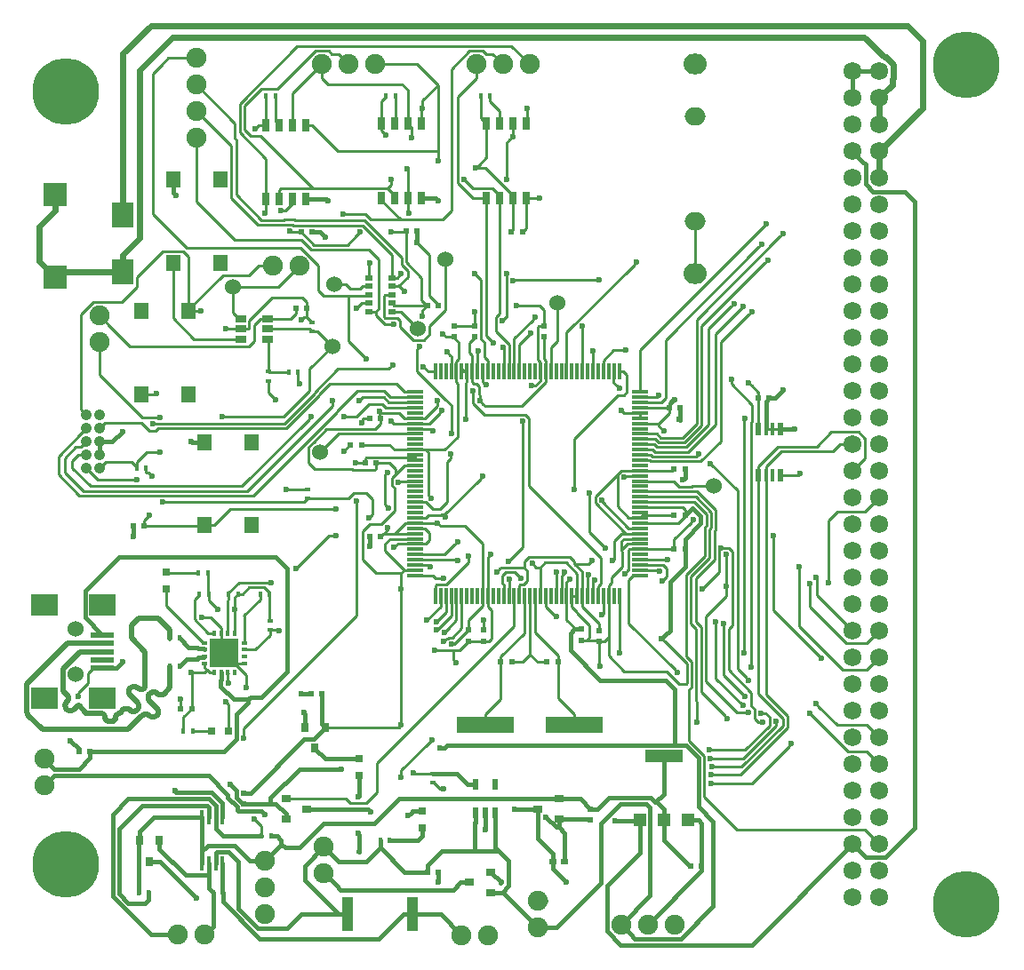
<source format=gbr>
G04 #@! TF.FileFunction,Copper,L1,Top,Signal*
%FSLAX46Y46*%
G04 Gerber Fmt 4.6, Leading zero omitted, Abs format (unit mm)*
G04 Created by KiCad (PCBNEW 4.0.4-stable) date Friday, January 26, 2018 'AMt' 12:54:04 AM*
%MOMM*%
%LPD*%
G01*
G04 APERTURE LIST*
%ADD10C,0.100000*%
%ADD11R,0.900000X0.800000*%
%ADD12R,1.400000X1.650000*%
%ADD13R,0.760000X1.200000*%
%ADD14C,1.900000*%
%ADD15C,6.350000*%
%ADD16R,0.600000X0.500000*%
%ADD17R,0.500000X0.600000*%
%ADD18R,0.800000X0.800000*%
%ADD19R,0.800000X0.600000*%
%ADD20C,1.720000*%
%ADD21C,1.524000*%
%ADD22R,2.500000X2.000000*%
%ADD23R,2.300000X0.500000*%
%ADD24R,0.800000X0.900000*%
%ADD25R,0.400000X0.600000*%
%ADD26R,1.000000X3.200000*%
%ADD27R,0.600000X0.400000*%
%ADD28R,0.300000X1.550000*%
%ADD29R,1.550000X0.300000*%
%ADD30R,0.600000X1.050000*%
%ADD31R,1.200000X1.200000*%
%ADD32R,3.600000X1.200000*%
%ADD33R,0.450000X1.450000*%
%ADD34R,0.800000X0.500000*%
%ADD35R,1.000000X0.750000*%
%ADD36R,0.300000X0.550000*%
%ADD37R,0.550000X0.300000*%
%ADD38R,2.700000X2.700000*%
%ADD39R,5.500000X1.500000*%
%ADD40R,0.450000X1.150000*%
%ADD41R,0.600000X1.150000*%
%ADD42R,2.200000X2.300000*%
%ADD43R,2.000000X2.400000*%
%ADD44C,1.050000*%
%ADD45O,2.200000X1.950000*%
%ADD46O,2.000000X1.700000*%
%ADD47C,0.600000*%
%ADD48C,0.250000*%
%ADD49C,0.400000*%
%ADD50C,0.600000*%
%ADD51C,0.500000*%
G04 APERTURE END LIST*
D10*
D11*
X143500000Y-103000000D03*
X145500000Y-103960000D03*
X145500000Y-102050000D03*
D12*
X122750000Y-61025000D03*
X118250000Y-61025000D03*
X118250000Y-68975000D03*
X122750000Y-68975000D03*
D13*
X125365000Y-37880000D03*
X126635000Y-37880000D03*
X127905000Y-37880000D03*
X124095000Y-37880000D03*
X124095000Y-30800000D03*
X125365000Y-30800000D03*
X126635000Y-30800000D03*
X127905000Y-30800000D03*
D14*
X124000000Y-106000000D03*
X124000000Y-103460000D03*
X124000000Y-100920000D03*
D15*
X190810000Y-105090000D03*
D16*
X129425000Y-85000000D03*
X128375000Y-85000000D03*
D17*
X144875000Y-78950000D03*
X144875000Y-80000000D03*
X155850000Y-78975000D03*
X155850000Y-80025000D03*
X144000000Y-51025000D03*
X144000000Y-49975000D03*
X122000000Y-94475000D03*
X122000000Y-95525000D03*
D16*
X117025000Y-86500000D03*
X115975000Y-86500000D03*
X135025000Y-58800000D03*
X133975000Y-58800000D03*
X134625000Y-63050000D03*
X133575000Y-63050000D03*
D17*
X150600000Y-51025000D03*
X150600000Y-49975000D03*
D16*
X162975000Y-63600000D03*
X164025000Y-63600000D03*
X162975000Y-68000000D03*
X164025000Y-68000000D03*
D17*
X142000000Y-49975000D03*
X142000000Y-51025000D03*
D16*
X162500000Y-57750000D03*
X163550000Y-57750000D03*
X162975000Y-71200000D03*
X164025000Y-71200000D03*
D17*
X154150000Y-79925000D03*
X154150000Y-78875000D03*
X143375000Y-78950000D03*
X143375000Y-80000000D03*
D16*
X135025000Y-70000000D03*
X133975000Y-70000000D03*
X133200000Y-61275000D03*
X132150000Y-61275000D03*
X139475000Y-102000000D03*
X140525000Y-102000000D03*
X165595000Y-101460000D03*
X164545000Y-101460000D03*
D17*
X155000000Y-97050000D03*
X155000000Y-96000000D03*
D16*
X128525000Y-41000000D03*
X127475000Y-41000000D03*
X138525000Y-40900000D03*
X137475000Y-40900000D03*
X148525000Y-41000000D03*
X147475000Y-41000000D03*
X146475000Y-82000000D03*
X147525000Y-82000000D03*
X150875000Y-82000000D03*
X151925000Y-82000000D03*
X139475000Y-48000000D03*
X140525000Y-48000000D03*
X126975000Y-48250000D03*
X128025000Y-48250000D03*
X112525000Y-69000000D03*
X111475000Y-69000000D03*
X107325000Y-90500000D03*
X106275000Y-90500000D03*
D18*
X133000000Y-92800000D03*
X133000000Y-91200000D03*
D19*
X152550000Y-101000000D03*
X151450000Y-101000000D03*
D18*
X139000000Y-97800000D03*
X139000000Y-96200000D03*
X118910572Y-88603643D03*
X120510572Y-88603643D03*
X114600000Y-73400000D03*
X114600000Y-75000000D03*
D20*
X179980000Y-25710000D03*
X179980000Y-28250000D03*
X179980000Y-30790000D03*
X179980000Y-33330000D03*
X179980000Y-35870000D03*
X179980000Y-38410000D03*
X179980000Y-40950000D03*
X179980000Y-43490000D03*
X179980000Y-46030000D03*
X179980000Y-48570000D03*
X179980000Y-51110000D03*
X179980000Y-53650000D03*
X179980000Y-56190000D03*
X179980000Y-58730000D03*
X179980000Y-61270000D03*
X179980000Y-63810000D03*
X179980000Y-66350000D03*
X179980000Y-68890000D03*
X179980000Y-71430000D03*
X179980000Y-73970000D03*
X179980000Y-76510000D03*
X179980000Y-79050000D03*
X179980000Y-81590000D03*
X179980000Y-84130000D03*
X179980000Y-86670000D03*
X179980000Y-89210000D03*
X179980000Y-91750000D03*
X179980000Y-94290000D03*
X179980000Y-96830000D03*
X179980000Y-99370000D03*
X179980000Y-101910000D03*
X179980000Y-104450000D03*
X182520000Y-25710000D03*
X182520000Y-28250000D03*
X182520000Y-30790000D03*
X182520000Y-33330000D03*
X182520000Y-35870000D03*
X182520000Y-38410000D03*
X182520000Y-40950000D03*
X182520000Y-43490000D03*
X182520000Y-46030000D03*
X182520000Y-48570000D03*
X182520000Y-51110000D03*
X182520000Y-53650000D03*
X182520000Y-56190000D03*
X182520000Y-58730000D03*
X182520000Y-61270000D03*
X182520000Y-63810000D03*
X182520000Y-66350000D03*
X182520000Y-68890000D03*
X182520000Y-71430000D03*
X182520000Y-73970000D03*
X182520000Y-76510000D03*
X182520000Y-79050000D03*
X182520000Y-81590000D03*
X182520000Y-84130000D03*
X182520000Y-86670000D03*
X182520000Y-89210000D03*
X182520000Y-91750000D03*
X182520000Y-94290000D03*
X182520000Y-96830000D03*
X182520000Y-99370000D03*
X182520000Y-101910000D03*
X182520000Y-104450000D03*
D14*
X129630000Y-102120000D03*
X129630000Y-99580000D03*
X163000000Y-107000000D03*
X160460000Y-107000000D03*
X157920000Y-107000000D03*
X142760000Y-108010000D03*
X145300000Y-108010000D03*
X118270000Y-108000000D03*
X115730000Y-108000000D03*
D21*
X106000000Y-83200000D03*
X106000000Y-78800000D03*
D22*
X103050000Y-76550000D03*
X103050000Y-85450000D03*
X108550000Y-76550000D03*
X108550000Y-85450000D03*
D23*
X108550000Y-81000000D03*
X108550000Y-80200000D03*
X108550000Y-79400000D03*
X108550000Y-81800000D03*
X108550000Y-82600000D03*
D14*
X117500000Y-29520000D03*
X117500000Y-26980000D03*
X117500000Y-24440000D03*
X117500000Y-32060000D03*
X129460000Y-25000000D03*
X132000000Y-25000000D03*
X134540000Y-25000000D03*
X144120000Y-25000000D03*
X146660000Y-25000000D03*
X149200000Y-25000000D03*
X103000000Y-91230000D03*
X103000000Y-93770000D03*
X108250000Y-51520000D03*
X108250000Y-48980000D03*
D24*
X113000000Y-101000000D03*
X113960000Y-99000000D03*
X112050000Y-99000000D03*
X128780000Y-90200000D03*
X129740000Y-88200000D03*
X127830000Y-88200000D03*
D11*
X150000000Y-96000000D03*
X152000000Y-96960000D03*
X152000000Y-95050000D03*
X128000000Y-96000000D03*
X126000000Y-95040000D03*
X126000000Y-96950000D03*
D25*
X112900000Y-104000000D03*
X112000000Y-104000000D03*
X115850000Y-82400000D03*
X114950000Y-82400000D03*
D26*
X138100000Y-106000000D03*
X131900000Y-106000000D03*
D25*
X120000000Y-104000000D03*
X119100000Y-104000000D03*
D27*
X140000000Y-92600000D03*
X140000000Y-93500000D03*
X133000000Y-101000000D03*
X133000000Y-100100000D03*
D25*
X123675000Y-98600000D03*
X124575000Y-98600000D03*
X135000000Y-99000000D03*
X135900000Y-99000000D03*
X124100000Y-28000000D03*
X125000000Y-28000000D03*
X135550000Y-28000000D03*
X136450000Y-28000000D03*
X144550000Y-28000000D03*
X145450000Y-28000000D03*
D27*
X124310000Y-55220000D03*
X124310000Y-54320000D03*
D25*
X126270000Y-54330000D03*
X127170000Y-54330000D03*
D27*
X128100000Y-66425000D03*
X128100000Y-65525000D03*
D25*
X111800000Y-63500000D03*
X112700000Y-63500000D03*
D27*
X128510000Y-50500000D03*
X128510000Y-49600000D03*
D25*
X115850000Y-79700000D03*
X114950000Y-79700000D03*
D27*
X124500000Y-78050000D03*
X124500000Y-78950000D03*
D25*
X121450000Y-75500000D03*
X120550000Y-75500000D03*
X124450000Y-75500000D03*
X123550000Y-75500000D03*
X118650000Y-75500000D03*
X117750000Y-75500000D03*
X116260572Y-88603643D03*
X117160572Y-88603643D03*
X118600000Y-73500000D03*
X117700000Y-73500000D03*
D12*
X119750000Y-36025000D03*
X115250000Y-36025000D03*
X115250000Y-43975000D03*
X119750000Y-43975000D03*
D28*
X140250000Y-75700000D03*
X140750000Y-75700000D03*
X141250000Y-75700000D03*
X141750000Y-75700000D03*
X142250000Y-75700000D03*
X142750000Y-75700000D03*
X143250000Y-75700000D03*
X143750000Y-75700000D03*
X144250000Y-75700000D03*
X144750000Y-75700000D03*
X145250000Y-75700000D03*
X145750000Y-75700000D03*
X146250000Y-75700000D03*
X146750000Y-75700000D03*
X147250000Y-75700000D03*
X147750000Y-75700000D03*
X148250000Y-75700000D03*
X148750000Y-75700000D03*
X149250000Y-75700000D03*
X149750000Y-75700000D03*
X150250000Y-75700000D03*
X150750000Y-75700000D03*
X151250000Y-75700000D03*
X151750000Y-75700000D03*
X152250000Y-75700000D03*
X152750000Y-75700000D03*
X153250000Y-75700000D03*
X153750000Y-75700000D03*
X154250000Y-75700000D03*
X154750000Y-75700000D03*
X155250000Y-75700000D03*
X155750000Y-75700000D03*
X156250000Y-75700000D03*
X156750000Y-75700000D03*
X157250000Y-75700000D03*
X157750000Y-75700000D03*
D29*
X159700000Y-73750000D03*
X159700000Y-73250000D03*
X159700000Y-72750000D03*
X159700000Y-72250000D03*
X159700000Y-71750000D03*
X159700000Y-71250000D03*
X159700000Y-70750000D03*
X159700000Y-70250000D03*
X159700000Y-69750000D03*
X159700000Y-69250000D03*
X159700000Y-68750000D03*
X159700000Y-68250000D03*
X159700000Y-67750000D03*
X159700000Y-67250000D03*
X159700000Y-66750000D03*
X159700000Y-66250000D03*
X159700000Y-65750000D03*
X159700000Y-65250000D03*
X159700000Y-64750000D03*
X159700000Y-64250000D03*
X159700000Y-63750000D03*
X159700000Y-63250000D03*
X159700000Y-62750000D03*
X159700000Y-62250000D03*
X159700000Y-61750000D03*
X159700000Y-61250000D03*
X159700000Y-60750000D03*
X159700000Y-60250000D03*
X159700000Y-59750000D03*
X159700000Y-59250000D03*
X159700000Y-58750000D03*
X159700000Y-58250000D03*
X159700000Y-57750000D03*
X159700000Y-57250000D03*
X159700000Y-56750000D03*
X159700000Y-56250000D03*
D28*
X157750000Y-54300000D03*
X157250000Y-54300000D03*
X156750000Y-54300000D03*
X156250000Y-54300000D03*
X155750000Y-54300000D03*
X155250000Y-54300000D03*
X154750000Y-54300000D03*
X154250000Y-54300000D03*
X153750000Y-54300000D03*
X153250000Y-54300000D03*
X152750000Y-54300000D03*
X152250000Y-54300000D03*
X151750000Y-54300000D03*
X151250000Y-54300000D03*
X150750000Y-54300000D03*
X150250000Y-54300000D03*
X149750000Y-54300000D03*
X149250000Y-54300000D03*
X148750000Y-54300000D03*
X148250000Y-54300000D03*
X147750000Y-54300000D03*
X147250000Y-54300000D03*
X146750000Y-54300000D03*
X146250000Y-54300000D03*
X145750000Y-54300000D03*
X145250000Y-54300000D03*
X144750000Y-54300000D03*
X144250000Y-54300000D03*
X143750000Y-54300000D03*
X143250000Y-54300000D03*
X142750000Y-54300000D03*
X142250000Y-54300000D03*
X141750000Y-54300000D03*
X141250000Y-54300000D03*
X140750000Y-54300000D03*
X140250000Y-54300000D03*
D29*
X138300000Y-56250000D03*
X138300000Y-56750000D03*
X138300000Y-57250000D03*
X138300000Y-57750000D03*
X138300000Y-58250000D03*
X138300000Y-58750000D03*
X138300000Y-59250000D03*
X138300000Y-59750000D03*
X138300000Y-60250000D03*
X138300000Y-60750000D03*
X138300000Y-61250000D03*
X138300000Y-61750000D03*
X138300000Y-62250000D03*
X138300000Y-62750000D03*
X138300000Y-63250000D03*
X138300000Y-63750000D03*
X138300000Y-64250000D03*
X138300000Y-64750000D03*
X138300000Y-65250000D03*
X138300000Y-65750000D03*
X138300000Y-66250000D03*
X138300000Y-66750000D03*
X138300000Y-67250000D03*
X138300000Y-67750000D03*
X138300000Y-68250000D03*
X138300000Y-68750000D03*
X138300000Y-69250000D03*
X138300000Y-69750000D03*
X138300000Y-70250000D03*
X138300000Y-70750000D03*
X138300000Y-71250000D03*
X138300000Y-71750000D03*
X138300000Y-72250000D03*
X138300000Y-72750000D03*
X138300000Y-73250000D03*
X138300000Y-73750000D03*
D30*
X144050000Y-96350000D03*
X145000000Y-96350000D03*
X145950000Y-96350000D03*
X144050000Y-93650000D03*
X145950000Y-93650000D03*
D31*
X162000000Y-97050000D03*
X159700000Y-97050000D03*
X164300000Y-97050000D03*
D32*
X162000000Y-90950000D03*
D33*
X119325000Y-96800000D03*
X119975000Y-96800000D03*
X118675000Y-96800000D03*
X118025000Y-96800000D03*
X119975000Y-101200000D03*
X119325000Y-101200000D03*
X118675000Y-101200000D03*
X118025000Y-101200000D03*
D13*
X136365000Y-37780000D03*
X137635000Y-37780000D03*
X138905000Y-37780000D03*
X135095000Y-37780000D03*
X135095000Y-30700000D03*
X136365000Y-30700000D03*
X137635000Y-30700000D03*
X138905000Y-30700000D03*
X146365000Y-37780000D03*
X147635000Y-37780000D03*
X148905000Y-37780000D03*
X145095000Y-37780000D03*
X145095000Y-30700000D03*
X146365000Y-30700000D03*
X147635000Y-30700000D03*
X148905000Y-30700000D03*
D34*
X136100000Y-47000000D03*
X133900000Y-47000000D03*
X136100000Y-47800000D03*
X136100000Y-48600000D03*
X136100000Y-46200000D03*
X136100000Y-45400000D03*
X133900000Y-46200000D03*
X133900000Y-45400000D03*
X133900000Y-47800000D03*
X133900000Y-48600000D03*
D35*
X121700000Y-50250000D03*
X121700000Y-49300000D03*
X121700000Y-51200000D03*
X124300000Y-51200000D03*
X124300000Y-50250000D03*
X124300000Y-49300000D03*
D36*
X121125000Y-79275000D03*
X120475000Y-79275000D03*
X119825000Y-79275000D03*
X119175000Y-79275000D03*
D37*
X118275000Y-80175000D03*
X118275000Y-80825000D03*
X118275000Y-81475000D03*
X118275000Y-82125000D03*
D36*
X119175000Y-83025000D03*
X119825000Y-83025000D03*
X120475000Y-83025000D03*
X121125000Y-83025000D03*
D37*
X122025000Y-82125000D03*
X122025000Y-81475000D03*
X122025000Y-80825000D03*
X122025000Y-80175000D03*
D38*
X120150000Y-81150000D03*
D21*
X151825000Y-47800000D03*
X166800000Y-65200000D03*
X141200000Y-43600000D03*
X138600000Y-50200000D03*
X130600000Y-46000000D03*
X129250000Y-62020000D03*
X130410000Y-51900000D03*
X121000000Y-46250000D03*
D39*
X145000000Y-88000000D03*
X153500000Y-88000000D03*
D16*
X171000000Y-56850000D03*
X172050000Y-56850000D03*
D14*
X127270000Y-44250000D03*
X124730000Y-44250000D03*
D12*
X112250000Y-56475000D03*
X116750000Y-56475000D03*
X116750000Y-48525000D03*
X112250000Y-48525000D03*
D40*
X171725000Y-64175000D03*
D41*
X171000000Y-64175000D03*
D40*
X172375000Y-64175000D03*
D41*
X173100000Y-64175000D03*
X171000000Y-59825000D03*
D40*
X171725000Y-59825000D03*
X172375000Y-59825000D03*
D41*
X173100000Y-59825000D03*
D15*
X105080000Y-27620000D03*
X105080000Y-101280000D03*
X190810000Y-25080000D03*
D42*
X104000000Y-37450000D03*
X104000000Y-45350000D03*
D43*
X110500000Y-44800000D03*
X110500000Y-39400000D03*
D14*
X150000000Y-107270000D03*
X150000000Y-104730000D03*
D44*
X108270000Y-63540000D03*
X108270000Y-62270000D03*
X108270000Y-61000000D03*
X108270000Y-59730000D03*
X108270000Y-58460000D03*
X107000000Y-63540000D03*
X107000000Y-62270000D03*
X107000000Y-61000000D03*
X107000000Y-59730000D03*
X107000000Y-58460000D03*
D45*
X165000000Y-45000000D03*
X165000000Y-25000000D03*
D46*
X165000000Y-40000000D03*
X165000000Y-30000000D03*
D47*
X140410235Y-57091681D03*
X146087866Y-73408071D03*
X138178628Y-92536810D03*
X134900000Y-58070000D03*
X144825000Y-78000000D03*
X136991042Y-87990738D03*
X155150000Y-72300000D03*
X157150000Y-72300000D03*
X144462464Y-57078565D03*
X137000000Y-75000000D03*
X125000000Y-57000000D03*
X136293940Y-71085333D03*
X163809603Y-64627301D03*
X129765271Y-41473739D03*
X131561535Y-61932155D03*
X133239854Y-59167054D03*
X141006889Y-94057945D03*
X173340000Y-56080000D03*
X120676449Y-93648544D03*
X149452388Y-72607433D03*
X145520000Y-71690000D03*
X131300000Y-92190000D03*
X149370000Y-55660000D03*
X120300000Y-50230000D03*
X127490000Y-49350000D03*
X150160000Y-37790000D03*
X110430000Y-60040000D03*
X139893350Y-89442975D03*
X161810000Y-79750000D03*
X132650000Y-63050000D03*
X143150000Y-58900000D03*
X142200000Y-82025000D03*
X155950000Y-82425000D03*
X158250000Y-64375010D03*
X140204570Y-80911545D03*
X140874970Y-58016172D03*
X158000000Y-58000018D03*
X175000000Y-64000000D03*
X136000000Y-59000000D03*
X127691949Y-86808051D03*
X141000000Y-73974987D03*
X143949991Y-48600000D03*
X137000000Y-93000000D03*
X148000000Y-48000000D03*
X134000000Y-44000000D03*
X138500000Y-42000000D03*
X174500000Y-59799990D03*
X163459139Y-58884139D03*
X130000000Y-38000000D03*
X140500000Y-38000000D03*
X138500000Y-42000000D03*
X117000000Y-61000000D03*
X115500000Y-37500000D03*
X111500000Y-70000000D03*
X134000000Y-71000000D03*
X127500000Y-85000000D03*
X140500000Y-103000000D03*
X146500000Y-103000000D03*
X145000000Y-98000000D03*
X113650000Y-56400000D03*
X127280000Y-55500000D03*
X117000000Y-83000000D03*
X121125000Y-77000000D03*
X119500000Y-77000000D03*
X122207177Y-84458670D03*
X118002869Y-77729005D03*
X152691812Y-102932649D03*
X147840000Y-96010000D03*
X106250000Y-85250000D03*
X105500000Y-89500000D03*
X116000000Y-85500000D03*
X110458055Y-82008046D03*
X140458310Y-68760596D03*
X140965650Y-50725064D03*
X164832103Y-68449468D03*
X126341469Y-40908531D03*
X135708900Y-69158900D03*
X133034575Y-41034575D03*
X137685683Y-39182590D03*
X144070411Y-34933576D03*
X170067528Y-55380721D03*
X114258833Y-66762590D03*
X140705605Y-90219386D03*
X133925000Y-68250000D03*
X114000000Y-58654980D03*
X141800000Y-80275000D03*
X153034798Y-74063934D03*
X139862500Y-66403602D03*
X162000000Y-60000000D03*
X158283190Y-73581148D03*
X139000000Y-49000000D03*
X163000000Y-57000018D03*
X136000000Y-41000000D03*
X114000000Y-62000000D03*
X123048802Y-31185546D03*
X125500000Y-39000000D03*
X137590024Y-34989005D03*
X135500000Y-31750000D03*
X124041945Y-96573501D03*
X157345013Y-97158924D03*
X150780000Y-96800000D03*
X147646686Y-45642504D03*
X155867749Y-45594269D03*
X132700010Y-48295358D03*
X135679575Y-63928249D03*
X113248770Y-64296142D03*
X130775000Y-67450000D03*
X135759178Y-67299721D03*
X140000000Y-60000000D03*
X113000000Y-68000000D03*
X132870556Y-94849979D03*
X132869124Y-98328055D03*
X134105156Y-96287262D03*
X137669254Y-96625010D03*
X120290405Y-85816374D03*
X120500000Y-84000000D03*
X149318300Y-50672964D03*
X148524990Y-59055701D03*
X147224919Y-72369977D03*
X147260000Y-74070000D03*
X156124990Y-77511230D03*
X169720623Y-58733369D03*
X169633314Y-81166816D03*
X157775000Y-81150000D03*
X166488650Y-92754925D03*
X140345377Y-78123610D03*
X166566521Y-91958712D03*
X140336782Y-78930350D03*
X143388058Y-71911453D03*
X176491477Y-73927432D03*
X139750000Y-72875010D03*
X141169039Y-68198390D03*
X172478489Y-69969293D03*
X144768100Y-64312809D03*
X176975000Y-81600000D03*
X172701855Y-87660274D03*
X166450022Y-91167228D03*
X141135890Y-79142000D03*
X174150235Y-89791961D03*
X166531619Y-93553782D03*
X139434182Y-78024050D03*
X161881470Y-74267568D03*
X126956086Y-73112697D03*
X167466900Y-71109946D03*
X165671522Y-74999991D03*
X171451843Y-87729979D03*
X130750000Y-69950000D03*
X124600000Y-74400000D03*
X161602291Y-73358030D03*
X167933292Y-71759944D03*
X167933292Y-74810000D03*
X170035009Y-86785466D03*
X125400000Y-79000000D03*
X171750000Y-40213491D03*
X171325000Y-42150002D03*
X159434081Y-43915618D03*
X169521828Y-48130775D03*
X154275000Y-50000000D03*
X155225000Y-52325000D03*
X158401515Y-52290509D03*
X157799804Y-55925138D03*
X142357753Y-72311647D03*
X175925522Y-74529507D03*
X142378231Y-70508648D03*
X174925000Y-72900000D03*
X168436978Y-55065561D03*
X170325000Y-82499998D03*
X161550000Y-56550000D03*
X170106023Y-83752234D03*
X166425000Y-63087989D03*
X165350000Y-62125000D03*
X167733492Y-78308106D03*
X169690317Y-85252408D03*
X176475000Y-85950000D03*
X151800000Y-77675000D03*
X171285020Y-86843019D03*
X175897751Y-86880018D03*
X141036601Y-80035752D03*
X166350000Y-90350000D03*
X166942820Y-78186217D03*
X169531479Y-86160456D03*
X148355202Y-73974989D03*
X163325551Y-82950551D03*
X165190894Y-87764751D03*
X168074904Y-87358319D03*
X115430000Y-94290000D03*
X117500000Y-104500000D03*
X132721994Y-66650505D03*
X122010583Y-89255528D03*
X153471372Y-65534802D03*
X123000000Y-97000000D03*
X144000000Y-45000000D03*
X137000000Y-45000000D03*
X137260174Y-46640741D03*
X144299978Y-52364446D03*
X143829655Y-56111486D03*
X133683497Y-53129266D03*
X145079785Y-55574603D03*
X136269167Y-49800011D03*
X146671962Y-52024017D03*
X147623763Y-31916309D03*
X146641617Y-49441690D03*
X147000000Y-45000000D03*
X147000000Y-36000000D03*
X138000000Y-32000000D03*
X136000000Y-36000000D03*
X143000000Y-36000000D03*
X149773337Y-49147255D03*
X140500000Y-34250000D03*
X149000000Y-29250000D03*
X139000000Y-29250000D03*
X145787328Y-51601231D03*
X162354962Y-72236104D03*
X154941421Y-65899192D03*
X156475000Y-71125282D03*
X138775000Y-51912017D03*
X131452988Y-39282226D03*
X141750000Y-60225000D03*
X141700000Y-62175000D03*
X141345850Y-52425087D03*
X124000000Y-39250000D03*
X136200521Y-53654342D03*
X139082720Y-53854535D03*
X111852805Y-64612548D03*
X113300000Y-59325000D03*
X131518323Y-58605719D03*
X128430838Y-58636035D03*
X130409002Y-57071623D03*
X132992550Y-57049990D03*
X156091747Y-66537826D03*
X126000000Y-65575000D03*
X117950000Y-48525000D03*
X136703197Y-64849389D03*
X119975000Y-58600000D03*
X173350000Y-41125000D03*
X171891950Y-43666950D03*
X168675000Y-47825000D03*
X170368895Y-48598420D03*
X151760154Y-73389844D03*
X177719978Y-74447582D03*
X152575210Y-73409108D03*
X154825021Y-73661249D03*
X155426103Y-74189187D03*
D48*
X135916497Y-70250000D02*
X135435123Y-70731374D01*
X135435123Y-71410123D02*
X137275000Y-73250000D01*
X135435123Y-70731374D02*
X135435123Y-71410123D01*
X138300000Y-70250000D02*
X135916497Y-70250000D01*
X133349999Y-69500001D02*
X133349999Y-72259999D01*
X133974999Y-68875001D02*
X133349999Y-69500001D01*
X134615000Y-73525000D02*
X137000000Y-73525000D01*
X135108900Y-68875001D02*
X133974999Y-68875001D01*
X136384179Y-67599722D02*
X135108900Y-68875001D01*
X133349999Y-72259999D02*
X134615000Y-73525000D01*
X136384179Y-65446316D02*
X136384179Y-67599722D01*
X136078196Y-64446804D02*
X136078196Y-65140333D01*
X136078196Y-65140333D02*
X136384179Y-65446316D01*
X136425000Y-64100000D02*
X136078196Y-64446804D01*
X153500000Y-72388589D02*
X153500000Y-72618008D01*
X153066927Y-71955516D02*
X153500000Y-72388589D01*
X148700002Y-72434815D02*
X149179301Y-71955516D01*
X149179301Y-71955516D02*
X153066927Y-71955516D01*
X148700002Y-72899998D02*
X148700002Y-72434815D01*
X144454665Y-55766139D02*
X144454665Y-56525478D01*
X143750000Y-54300000D02*
X143750000Y-55325000D01*
X143750000Y-55325000D02*
X143911484Y-55486484D01*
X144454665Y-56525478D02*
X144462464Y-56533277D01*
X143911484Y-55486484D02*
X144175011Y-55486485D01*
X144175011Y-55486485D02*
X144454665Y-55766139D01*
X144462464Y-56533277D02*
X144462464Y-57078565D01*
X140410235Y-57551584D02*
X140410235Y-57515945D01*
X139211819Y-58750000D02*
X140410235Y-57551584D01*
X140410235Y-57515945D02*
X140410235Y-57091681D01*
X138300000Y-58750000D02*
X139211819Y-58750000D01*
X135025000Y-58800000D02*
X135025000Y-59300000D01*
X135025000Y-59300000D02*
X134525011Y-59799989D01*
X134525011Y-59799989D02*
X129861249Y-59799989D01*
X129861249Y-59799989D02*
X128630000Y-61031238D01*
X134900000Y-58070000D02*
X135130000Y-58300000D01*
X135130000Y-58300000D02*
X136825000Y-58300000D01*
X136825000Y-58300000D02*
X137275000Y-58750000D01*
X137275000Y-58750000D02*
X138300000Y-58750000D01*
X158378919Y-69750000D02*
X155466746Y-66837827D01*
X159700000Y-69750000D02*
X158378919Y-69750000D01*
X155466746Y-66837827D02*
X155466746Y-66240579D01*
X155466746Y-66240579D02*
X157782325Y-63925000D01*
X146387865Y-73108072D02*
X146087866Y-73408071D01*
X146500950Y-72994987D02*
X146387865Y-73108072D01*
X148605013Y-72994987D02*
X146500950Y-72994987D01*
X148700002Y-72899998D02*
X148605013Y-72994987D01*
X138241818Y-92600000D02*
X138178628Y-92536810D01*
X140000000Y-92600000D02*
X138241818Y-92600000D01*
X136991042Y-87990738D02*
X136991042Y-75008958D01*
X136991042Y-75008958D02*
X137000000Y-75000000D01*
X128728239Y-60932999D02*
X128630000Y-61031238D01*
X128630000Y-61031238D02*
X128162999Y-61498239D01*
X134900000Y-58070000D02*
X134900000Y-58675000D01*
X134900000Y-58675000D02*
X135025000Y-58800000D01*
X124310000Y-55220000D02*
X124310000Y-56310000D01*
X124310000Y-56310000D02*
X125000000Y-57000000D01*
X148250000Y-75700000D02*
X148250000Y-74675000D01*
X148684505Y-74599999D02*
X148980212Y-74304292D01*
X148250000Y-74675000D02*
X148325001Y-74599999D01*
X148325001Y-74599999D02*
X148684505Y-74599999D01*
X148980212Y-74304292D02*
X148980212Y-73315216D01*
X148980212Y-73315216D02*
X148700002Y-73035006D01*
X148700002Y-73035006D02*
X148700002Y-72899998D01*
X134625000Y-63550000D02*
X134625000Y-63050000D01*
X134499998Y-63675002D02*
X134625000Y-63550000D01*
X132349998Y-63675002D02*
X134499998Y-63675002D01*
X132299997Y-63625001D02*
X132349998Y-63675002D01*
X128750001Y-63625001D02*
X132299997Y-63625001D01*
X128162999Y-63037999D02*
X128750001Y-63625001D01*
X128162999Y-61498239D02*
X128162999Y-63037999D01*
X136425000Y-63625000D02*
X135850000Y-63050000D01*
X135850000Y-63050000D02*
X134625000Y-63050000D01*
X137275000Y-63250000D02*
X136425000Y-64100000D01*
X136425000Y-64100000D02*
X136425000Y-63625000D01*
X157600000Y-64107325D02*
X157782325Y-63925000D01*
X157782325Y-63925000D02*
X157958375Y-63748950D01*
X150600000Y-53125000D02*
X150750000Y-53275000D01*
X150600000Y-51025000D02*
X150600000Y-53125000D01*
X144825000Y-78000000D02*
X144825000Y-78900000D01*
X144825000Y-78900000D02*
X144875000Y-78950000D01*
X154200011Y-74013909D02*
X154250000Y-74063898D01*
X154250000Y-74063898D02*
X154250000Y-74675000D01*
X154250000Y-74675000D02*
X154250000Y-75700000D01*
X153500000Y-72618008D02*
X154200011Y-73318019D01*
X154200011Y-73318019D02*
X154200011Y-74013909D01*
X153500000Y-72618008D02*
X154831992Y-72618008D01*
X154831992Y-72618008D02*
X155150000Y-72300000D01*
X155150000Y-72300000D02*
X155150000Y-72305322D01*
X154250000Y-75700000D02*
X154250000Y-76725000D01*
X154250000Y-76725000D02*
X155850000Y-78325000D01*
X155850000Y-78325000D02*
X155850000Y-78425000D01*
X155850000Y-78425000D02*
X155850000Y-78975000D01*
X159700000Y-68250000D02*
X158675000Y-68250000D01*
X158675000Y-68250000D02*
X157600000Y-67175000D01*
X157600000Y-67175000D02*
X157600000Y-64107325D01*
X157958375Y-63748950D02*
X157959425Y-63750000D01*
X157959425Y-63750000D02*
X159700000Y-63750000D01*
X160374999Y-68000000D02*
X160275000Y-68000000D01*
X162975000Y-68000000D02*
X160374999Y-68000000D01*
X129740000Y-88200000D02*
X136781780Y-88200000D01*
X136781780Y-88200000D02*
X136991042Y-87990738D01*
X157275002Y-72225002D02*
X157224998Y-72225002D01*
X157224998Y-72225002D02*
X157150000Y-72300000D01*
X157275002Y-70424996D02*
X157275002Y-72225002D01*
X159700000Y-69750000D02*
X157949998Y-69750000D01*
X157949998Y-69750000D02*
X157275002Y-70424996D01*
X150750000Y-55325000D02*
X148491762Y-57583238D01*
X144967137Y-57583238D02*
X144762463Y-57378564D01*
X148491762Y-57583238D02*
X144967137Y-57583238D01*
X144762463Y-57378564D02*
X144462464Y-57078565D01*
X150750000Y-54300000D02*
X150750000Y-55325000D01*
X150750000Y-53275000D02*
X150750000Y-54300000D01*
X143750000Y-52739470D02*
X143750000Y-53275000D01*
X143500000Y-52489470D02*
X143750000Y-52739470D01*
X144000000Y-51075000D02*
X143500000Y-51575000D01*
X143500000Y-51575000D02*
X143500000Y-52489470D01*
X143750000Y-53275000D02*
X143750000Y-54300000D01*
X144000000Y-51025000D02*
X144000000Y-51075000D01*
X135025000Y-58800000D02*
X135075000Y-58800000D01*
X137000000Y-75000000D02*
X137000000Y-73525000D01*
X137000000Y-73525000D02*
X137275000Y-73250000D01*
D49*
X129740000Y-88250000D02*
X129740000Y-88200000D01*
X122650000Y-94475000D02*
X127775001Y-89349999D01*
X122000000Y-94475000D02*
X122650000Y-94475000D01*
X127775001Y-89349999D02*
X128640001Y-89349999D01*
X128640001Y-89349999D02*
X129740000Y-88250000D01*
D48*
X138300000Y-73250000D02*
X137275000Y-73250000D01*
X160275000Y-68000000D02*
X159950000Y-68000000D01*
X159700000Y-67750000D02*
X160025000Y-67750000D01*
X160025000Y-67750000D02*
X160275000Y-68000000D01*
X159950000Y-68000000D02*
X159700000Y-68250000D01*
X159700000Y-63750000D02*
X162825000Y-63750000D01*
X162825000Y-63750000D02*
X162975000Y-63600000D01*
D49*
X144050000Y-93650000D02*
X143350000Y-93650000D01*
X140700000Y-92600000D02*
X140000000Y-92600000D01*
X143350000Y-93650000D02*
X142300000Y-92600000D01*
X142300000Y-92600000D02*
X140700000Y-92600000D01*
X129425000Y-85000000D02*
X129425000Y-87885000D01*
X129425000Y-87885000D02*
X129740000Y-88200000D01*
D48*
X137275000Y-63250000D02*
X138300000Y-63250000D01*
X136593939Y-70785334D02*
X136293940Y-71085333D01*
X136629273Y-70750000D02*
X136593939Y-70785334D01*
X138300000Y-70750000D02*
X136629273Y-70750000D01*
D49*
X162109999Y-79450001D02*
X161810000Y-79750000D01*
X162580608Y-78979392D02*
X162109999Y-79450001D01*
X164025000Y-71200000D02*
X164025000Y-72902070D01*
X164025000Y-72902070D02*
X162580608Y-74346462D01*
X162580608Y-74346462D02*
X162580608Y-78979392D01*
X165532105Y-68785470D02*
X164025000Y-70292574D01*
X164025000Y-68000000D02*
X164075000Y-68000000D01*
X164075000Y-68000000D02*
X164725000Y-67350000D01*
X164725000Y-67350000D02*
X164768639Y-67350000D01*
X164768639Y-67350000D02*
X165532105Y-68113466D01*
X165532105Y-68113466D02*
X165532105Y-68785470D01*
X164025000Y-70292574D02*
X164025000Y-70550000D01*
X164025000Y-70550000D02*
X164025000Y-71200000D01*
X164025000Y-64411904D02*
X163809603Y-64627301D01*
X164025000Y-63600000D02*
X164025000Y-64411904D01*
X128525000Y-41000000D02*
X129291532Y-41000000D01*
X129291532Y-41000000D02*
X129465272Y-41173740D01*
X129465272Y-41173740D02*
X129765271Y-41473739D01*
D48*
X138500000Y-42000000D02*
X139679648Y-43179648D01*
X139679648Y-43179648D02*
X139679648Y-47118234D01*
X139679648Y-47118234D02*
X140525000Y-47963586D01*
X140525000Y-47963586D02*
X140525000Y-48000000D01*
X143150000Y-58475736D02*
X143150000Y-58900000D01*
X143250000Y-54300000D02*
X143250000Y-55325000D01*
X143250000Y-55325000D02*
X143150000Y-55425000D01*
X143150000Y-55425000D02*
X143150000Y-58475736D01*
X148000000Y-48000000D02*
X150171829Y-48000000D01*
X150171829Y-48000000D02*
X150600000Y-48428171D01*
X150600000Y-48428171D02*
X150600000Y-49975000D01*
X132150000Y-61275000D02*
X132100000Y-61275000D01*
X133975000Y-58800000D02*
X133425000Y-58800000D01*
X132100000Y-61275000D02*
X131561535Y-61813465D01*
X131561535Y-61813465D02*
X131561535Y-61932155D01*
X133239854Y-58985146D02*
X133239854Y-59167054D01*
X133425000Y-58800000D02*
X133239854Y-58985146D01*
X162109999Y-80049999D02*
X161810000Y-79750000D01*
X164196838Y-82136838D02*
X162109999Y-80049999D01*
X164196838Y-83983162D02*
X164196838Y-82136838D01*
X164120000Y-84060000D02*
X164196838Y-83983162D01*
X158210000Y-82880000D02*
X162310000Y-82880000D01*
X156750000Y-81420000D02*
X158210000Y-82880000D01*
X156750000Y-77200000D02*
X156750000Y-81420000D01*
X163490000Y-84060000D02*
X164120000Y-84060000D01*
X162310000Y-82880000D02*
X163490000Y-84060000D01*
X140657945Y-94057945D02*
X141006889Y-94057945D01*
X140100000Y-93500000D02*
X140657945Y-94057945D01*
X140000000Y-93500000D02*
X140100000Y-93500000D01*
X150250000Y-53411411D02*
X149996835Y-53158246D01*
X149996835Y-50078165D02*
X150100000Y-49975000D01*
X149996835Y-53158246D02*
X149996835Y-50078165D01*
X150250000Y-54300000D02*
X150250000Y-53411411D01*
D49*
X172050000Y-56850000D02*
X172570000Y-56850000D01*
X172570000Y-56850000D02*
X173340000Y-56080000D01*
X171725000Y-59825000D02*
X171725000Y-57175000D01*
X171725000Y-57175000D02*
X172050000Y-56850000D01*
X120976448Y-93948543D02*
X120676449Y-93648544D01*
X121304032Y-94276127D02*
X120976448Y-93948543D01*
X121304032Y-94909335D02*
X121304032Y-94276127D01*
X121919697Y-95525000D02*
X121304032Y-94909335D01*
X122000000Y-95525000D02*
X121919697Y-95525000D01*
X126000000Y-96469266D02*
X125055734Y-95525000D01*
X126000000Y-96950000D02*
X126000000Y-96469266D01*
X125055734Y-95525000D02*
X124525000Y-95525000D01*
D48*
X149752387Y-72907432D02*
X149452388Y-72607433D01*
X149819955Y-72975000D02*
X149752387Y-72907432D01*
X150250000Y-72975000D02*
X149819955Y-72975000D01*
X145250000Y-75700000D02*
X145250000Y-71960000D01*
X145250000Y-71960000D02*
X145520000Y-71690000D01*
D49*
X124525000Y-95525000D02*
X124525000Y-94944998D01*
X127279998Y-92190000D02*
X131300000Y-92190000D01*
X124525000Y-94944998D02*
X127279998Y-92190000D01*
D48*
X150250000Y-54300000D02*
X150250000Y-55188590D01*
X150250000Y-55188590D02*
X149778590Y-55660000D01*
X149778590Y-55660000D02*
X149370000Y-55660000D01*
X121700000Y-50250000D02*
X120320000Y-50250000D01*
X120320000Y-50250000D02*
X120300000Y-50230000D01*
X128025000Y-49115000D02*
X127725000Y-49115000D01*
X127725000Y-49115000D02*
X127490000Y-49350000D01*
X128025000Y-48250000D02*
X128025000Y-49115000D01*
X128025000Y-49115000D02*
X128510000Y-49600000D01*
X138300000Y-73750000D02*
X140039932Y-73750000D01*
X140039932Y-73750000D02*
X140289932Y-74000000D01*
X140289932Y-74000000D02*
X141000000Y-74000000D01*
X141000000Y-74000000D02*
X141000000Y-73974987D01*
X139700000Y-69724993D02*
X139700000Y-70375000D01*
X139700000Y-70375000D02*
X139325000Y-70750000D01*
X139325000Y-70750000D02*
X138300000Y-70750000D01*
X138300000Y-69250000D02*
X139225007Y-69250000D01*
X139225007Y-69250000D02*
X139700000Y-69724993D01*
X148905000Y-37780000D02*
X148905000Y-40620000D01*
X148905000Y-40620000D02*
X148525000Y-41000000D01*
X148905000Y-37780000D02*
X150150000Y-37780000D01*
X150150000Y-37780000D02*
X150160000Y-37790000D01*
D49*
X108270000Y-62270000D02*
X108270000Y-61000000D01*
X108270000Y-61000000D02*
X109470000Y-61000000D01*
X109470000Y-61000000D02*
X110430000Y-60040000D01*
D48*
X139593351Y-89742974D02*
X139893350Y-89442975D01*
X137000000Y-92336325D02*
X139593351Y-89742974D01*
X137000000Y-93000000D02*
X137000000Y-92336325D01*
D49*
X124525000Y-95525000D02*
X122650000Y-95525000D01*
X122650000Y-95525000D02*
X122000000Y-95525000D01*
D48*
X164025000Y-68000000D02*
X164025000Y-67500000D01*
X164025000Y-67500000D02*
X163775000Y-67250000D01*
X163775000Y-67250000D02*
X160725000Y-67250000D01*
X160725000Y-67250000D02*
X159700000Y-67250000D01*
X142500000Y-49975000D02*
X144000000Y-49975000D01*
X159700000Y-70750000D02*
X158553587Y-70750000D01*
X153250000Y-75700000D02*
X153250000Y-76725000D01*
X153250000Y-76725000D02*
X153750000Y-77225000D01*
X153750000Y-77225000D02*
X153750000Y-77339998D01*
X153750000Y-73600000D02*
X153750000Y-75700000D01*
X153250000Y-75700000D02*
X153750000Y-75700000D01*
X150250000Y-75700000D02*
X150250000Y-72975000D01*
X152675000Y-72525000D02*
X153750000Y-73600000D01*
X150250000Y-72975000D02*
X150700000Y-72525000D01*
X150700000Y-72525000D02*
X152675000Y-72525000D01*
X156750000Y-77200000D02*
X156750000Y-79625000D01*
X156750000Y-75700000D02*
X156750000Y-77200000D01*
X142000000Y-49975000D02*
X142500000Y-49975000D01*
X138300000Y-62500000D02*
X138300000Y-62750000D01*
X133650001Y-62474999D02*
X133575000Y-62550000D01*
X138300000Y-62250000D02*
X138300000Y-62500000D01*
X138300000Y-62500000D02*
X138274999Y-62474999D01*
X138274999Y-62474999D02*
X133650001Y-62474999D01*
X133575000Y-62550000D02*
X133575000Y-63050000D01*
X133575000Y-63050000D02*
X132650000Y-63050000D01*
X142750000Y-54300000D02*
X143250000Y-54300000D01*
X142900012Y-54149988D02*
X142750000Y-54300000D01*
X128025000Y-48250000D02*
X128025000Y-47725000D01*
X128025000Y-47725000D02*
X127565000Y-47265000D01*
X127565000Y-47265000D02*
X124685000Y-47265000D01*
X124685000Y-47265000D02*
X122525001Y-49424999D01*
X122525001Y-49424999D02*
X122525001Y-50174999D01*
X122525001Y-50174999D02*
X122450000Y-50250000D01*
X122450000Y-50250000D02*
X121700000Y-50250000D01*
D49*
X133900000Y-45400000D02*
X133750000Y-45400000D01*
D48*
X150100000Y-49975000D02*
X150025000Y-50050000D01*
X150600000Y-49975000D02*
X150100000Y-49975000D01*
X143375000Y-80050000D02*
X143375000Y-80000000D01*
X142513455Y-80911545D02*
X143375000Y-80050000D01*
X141963455Y-80911545D02*
X142513455Y-80911545D01*
X141963455Y-80911545D02*
X141963455Y-81788455D01*
X141963455Y-81788455D02*
X142200000Y-82025000D01*
X140204570Y-80911545D02*
X141963455Y-80911545D01*
X144875000Y-80000000D02*
X143375000Y-80000000D01*
X145575000Y-79800000D02*
X145575000Y-77050000D01*
X145575000Y-77050000D02*
X145250000Y-76725000D01*
X144875000Y-80000000D02*
X145375000Y-80000000D01*
X145375000Y-80000000D02*
X145575000Y-79800000D01*
X155850000Y-80025000D02*
X155850000Y-82325000D01*
X155850000Y-82325000D02*
X155950000Y-82425000D01*
X154150000Y-79925000D02*
X155750000Y-79925000D01*
X155750000Y-79925000D02*
X155850000Y-80025000D01*
X156750000Y-79625000D02*
X156350000Y-80025000D01*
X156350000Y-80025000D02*
X155850000Y-80025000D01*
X154900000Y-78489998D02*
X154900000Y-79675000D01*
X154900000Y-79675000D02*
X154650000Y-79925000D01*
X154650000Y-79925000D02*
X154150000Y-79925000D01*
X153750000Y-77339998D02*
X154900000Y-78489998D01*
X158375010Y-64250000D02*
X158250000Y-64375010D01*
X159700000Y-64250000D02*
X158375010Y-64250000D01*
X159700000Y-68750000D02*
X163360002Y-68750000D01*
X163360002Y-68750000D02*
X164025000Y-68085002D01*
X164025000Y-68085002D02*
X164025000Y-68000000D01*
X139641142Y-59250000D02*
X140574971Y-58316171D01*
X138300000Y-59250000D02*
X139641142Y-59250000D01*
X140574971Y-58316171D02*
X140874970Y-58016172D01*
X156993748Y-74431252D02*
X157021101Y-74431252D01*
X156750000Y-74675000D02*
X156993748Y-74431252D01*
X157021101Y-74006988D02*
X157021101Y-74431252D01*
X157021101Y-73959339D02*
X157021101Y-74006988D01*
X158075013Y-71500013D02*
X158075013Y-72905427D01*
X158075013Y-72905427D02*
X157021101Y-73959339D01*
X158000000Y-71425000D02*
X158075013Y-71500013D01*
X156750000Y-75700000D02*
X156750000Y-74675000D01*
D49*
X164025000Y-68000000D02*
X163971617Y-67946617D01*
D48*
X158553587Y-70750000D02*
X158000000Y-71303587D01*
X158000000Y-71303587D02*
X158000000Y-71425000D01*
X158249982Y-58250000D02*
X158000000Y-58000018D01*
X159700000Y-58250000D02*
X158249982Y-58250000D01*
X173100000Y-64175000D02*
X174825000Y-64175000D01*
X174825000Y-64175000D02*
X175000000Y-64000000D01*
X172375000Y-59825000D02*
X173100000Y-59825000D01*
X136250000Y-59250000D02*
X136000000Y-59000000D01*
X138300000Y-59250000D02*
X136250000Y-59250000D01*
X145250000Y-75700000D02*
X145250000Y-76725000D01*
D49*
X127830000Y-86946102D02*
X127691949Y-86808051D01*
X127830000Y-88200000D02*
X127830000Y-86946102D01*
D48*
X144000000Y-48650009D02*
X143949991Y-48600000D01*
X144000000Y-49975000D02*
X144000000Y-48650009D01*
X133900000Y-45400000D02*
X133900000Y-44100000D01*
X133900000Y-44100000D02*
X134000000Y-44000000D01*
X158250000Y-70250000D02*
X158000000Y-70500000D01*
X158000000Y-70500000D02*
X158000000Y-71425000D01*
X159700000Y-70250000D02*
X158250000Y-70250000D01*
D49*
X174474990Y-59825000D02*
X174500000Y-59799990D01*
X173100000Y-59825000D02*
X174474990Y-59825000D01*
X173100012Y-64175012D02*
X173100012Y-64449991D01*
X173100000Y-64175000D02*
X173100012Y-64175012D01*
D48*
X171725000Y-59825000D02*
X172375000Y-59825000D01*
X159700000Y-58250000D02*
X159700000Y-58750000D01*
D49*
X145550000Y-102050000D02*
X146500000Y-103000000D01*
X127905000Y-37880000D02*
X129880000Y-37880000D01*
X129880000Y-37880000D02*
X130000000Y-38000000D01*
X138905000Y-37780000D02*
X140280000Y-37780000D01*
X140280000Y-37780000D02*
X140500000Y-38000000D01*
X138525000Y-40900000D02*
X138525000Y-41975000D01*
X138525000Y-41975000D02*
X138500000Y-42000000D01*
X163550000Y-57750000D02*
X163550000Y-58925000D01*
X118250000Y-61025000D02*
X117025000Y-61025000D01*
X117025000Y-61025000D02*
X117000000Y-61000000D01*
X115250000Y-36025000D02*
X115250000Y-37250000D01*
X115250000Y-37250000D02*
X115500000Y-37500000D01*
X111475000Y-69000000D02*
X111475000Y-69975000D01*
X111475000Y-69975000D02*
X111500000Y-70000000D01*
X133975000Y-70000000D02*
X133975000Y-70975000D01*
X133975000Y-70975000D02*
X134000000Y-71000000D01*
X128375000Y-85000000D02*
X127500000Y-85000000D01*
X140525000Y-102000000D02*
X140525000Y-102975000D01*
X140525000Y-102975000D02*
X140500000Y-103000000D01*
X146450000Y-103050000D02*
X146500000Y-103000000D01*
X145000000Y-96350000D02*
X145000000Y-98000000D01*
X150000000Y-104730000D02*
X150770000Y-104730000D01*
D48*
X112250000Y-56475000D02*
X113575000Y-56475000D01*
X113575000Y-56475000D02*
X113650000Y-56400000D01*
X127170000Y-54330000D02*
X127170000Y-55390000D01*
X127170000Y-55390000D02*
X127280000Y-55500000D01*
X143250000Y-53675000D02*
X143250000Y-54300000D01*
X117424264Y-83000000D02*
X117000000Y-83000000D01*
X118250000Y-83000000D02*
X117424264Y-83000000D01*
X118500000Y-82750000D02*
X118250000Y-83000000D01*
X117025000Y-83025000D02*
X117000000Y-83000000D01*
X117025000Y-86500000D02*
X117025000Y-83025000D01*
X117025000Y-86500000D02*
X116260572Y-87264428D01*
X116260572Y-87264428D02*
X116260572Y-88603643D01*
X118275000Y-82525000D02*
X118500000Y-82750000D01*
X118500000Y-82750000D02*
X118750000Y-83000000D01*
X118750000Y-83000000D02*
X118775000Y-83025000D01*
X118275000Y-82125000D02*
X118275000Y-82525000D01*
X118775000Y-83025000D02*
X119175000Y-83025000D01*
X121125000Y-77000000D02*
X121125000Y-79275000D01*
X121125000Y-75825000D02*
X121125000Y-77000000D01*
X118650000Y-75500000D02*
X118650000Y-76150000D01*
X118650000Y-76150000D02*
X119500000Y-77000000D01*
X118600000Y-73500000D02*
X118600000Y-75450000D01*
X118600000Y-75450000D02*
X118650000Y-75500000D01*
X123924999Y-74874999D02*
X124450000Y-75400000D01*
X121450000Y-75500000D02*
X121900000Y-75500000D01*
X121900000Y-75500000D02*
X122525001Y-74874999D01*
X124450000Y-75400000D02*
X124450000Y-75500000D01*
X122525001Y-74874999D02*
X123924999Y-74874999D01*
X121125000Y-75825000D02*
X121450000Y-75500000D01*
X124450000Y-75500000D02*
X124450000Y-78000000D01*
X124450000Y-78000000D02*
X124500000Y-78050000D01*
X122207177Y-84034406D02*
X122207177Y-84458670D01*
X122207177Y-83207177D02*
X122207177Y-84034406D01*
X120150000Y-81150000D02*
X122207177Y-83207177D01*
X118427133Y-77729005D02*
X118002869Y-77729005D01*
X118804005Y-77729005D02*
X118427133Y-77729005D01*
X119825000Y-79275000D02*
X119825000Y-78750000D01*
X119825000Y-78750000D02*
X118804005Y-77729005D01*
D49*
X151450000Y-101700000D02*
X152682649Y-102932649D01*
X151450000Y-101000000D02*
X151450000Y-101700000D01*
X152682649Y-102932649D02*
X152691812Y-102932649D01*
X150000000Y-96000000D02*
X147850000Y-96000000D01*
X147850000Y-96000000D02*
X147840000Y-96010000D01*
D48*
X120150000Y-81150000D02*
X121000000Y-82000000D01*
X120150000Y-81150000D02*
X121125000Y-82125000D01*
X121125000Y-82125000D02*
X122025000Y-82125000D01*
X119825000Y-79275000D02*
X119825000Y-80825000D01*
X119825000Y-80825000D02*
X120150000Y-81150000D01*
X108550000Y-82600000D02*
X107650000Y-82600000D01*
X107650000Y-82600000D02*
X107150000Y-83100000D01*
X107150000Y-83100000D02*
X107150000Y-84000000D01*
X107150000Y-84000000D02*
X106250000Y-84900000D01*
X106250000Y-84900000D02*
X106250000Y-85250000D01*
D49*
X179930000Y-104500000D02*
X179980000Y-104450000D01*
X151450000Y-101000000D02*
X151450000Y-100300000D01*
X151450000Y-100300000D02*
X150000000Y-98850000D01*
X150000000Y-98850000D02*
X150000000Y-96800000D01*
X150000000Y-96800000D02*
X150000000Y-96000000D01*
X106275000Y-90500000D02*
X106275000Y-90275000D01*
X106275000Y-90275000D02*
X105500000Y-89500000D01*
D48*
X115975000Y-86500000D02*
X115975000Y-85525000D01*
X115975000Y-85525000D02*
X116000000Y-85500000D01*
D49*
X110158056Y-82308045D02*
X110458055Y-82008046D01*
X108550000Y-82600000D02*
X109866101Y-82600000D01*
X109866101Y-82600000D02*
X110158056Y-82308045D01*
X179980000Y-25710000D02*
X179980000Y-28250000D01*
X182520000Y-25710000D02*
X179980000Y-25710000D01*
D48*
X135025000Y-70000000D02*
X135275000Y-69750000D01*
X135275000Y-69750000D02*
X135825000Y-69750000D01*
X144750000Y-75700000D02*
X144750000Y-70750000D01*
X143060595Y-69060595D02*
X140758309Y-69060595D01*
X140758309Y-69060595D02*
X140458310Y-68760596D01*
X138300000Y-68750000D02*
X140447714Y-68750000D01*
X144750000Y-70750000D02*
X143060595Y-69060595D01*
X140447714Y-68750000D02*
X140458310Y-68760596D01*
X141265586Y-51025000D02*
X140965650Y-50725064D01*
X142000000Y-51025000D02*
X141265586Y-51025000D01*
X142500000Y-51575000D02*
X142500000Y-53142351D01*
X142000000Y-51075000D02*
X142500000Y-51575000D01*
X142500000Y-53142351D02*
X142250000Y-53392351D01*
X142000000Y-51025000D02*
X142000000Y-51075000D01*
X142250000Y-53392351D02*
X142250000Y-54300000D01*
X164532104Y-68749467D02*
X164832103Y-68449468D01*
X162975000Y-71200000D02*
X162975000Y-70306571D01*
X162975000Y-70306571D02*
X164532104Y-68749467D01*
X128698230Y-42223230D02*
X131845920Y-42223230D01*
X131845920Y-42223230D02*
X132734576Y-41334574D01*
X132734576Y-41334574D02*
X133034575Y-41034575D01*
X127475000Y-41000000D02*
X128698230Y-42223230D01*
X137475000Y-40900000D02*
X137475000Y-43913585D01*
X137475000Y-43913585D02*
X138925000Y-45363585D01*
X138925000Y-45363585D02*
X138925000Y-47500000D01*
X138925000Y-47500000D02*
X139425000Y-48000000D01*
X139425000Y-48000000D02*
X139475000Y-48000000D01*
X133680194Y-65900194D02*
X134292088Y-66512088D01*
X134292088Y-66512088D02*
X134292088Y-67882912D01*
X132505617Y-65900194D02*
X133680194Y-65900194D01*
X128100000Y-66425000D02*
X131980811Y-66425000D01*
X134292088Y-67882912D02*
X134224999Y-67950001D01*
X134224999Y-67950001D02*
X133925000Y-68250000D01*
X131980811Y-66425000D02*
X132505617Y-65900194D01*
X126432938Y-41000000D02*
X126341469Y-40908531D01*
X127475000Y-41000000D02*
X126432938Y-41000000D01*
X139325000Y-61750000D02*
X141150002Y-61750000D01*
X141150002Y-61750000D02*
X142375001Y-60525001D01*
X142375001Y-60525001D02*
X142375001Y-55450001D01*
X142375001Y-55450001D02*
X142250000Y-55325000D01*
X142250000Y-55325000D02*
X142250000Y-54300000D01*
X135708900Y-69366100D02*
X135708900Y-69158900D01*
X135075000Y-70000000D02*
X135708900Y-69366100D01*
X135025000Y-70000000D02*
X135075000Y-70000000D01*
X138300000Y-61750000D02*
X136350000Y-61750000D01*
X136350000Y-61750000D02*
X135875000Y-61275000D01*
X135875000Y-61275000D02*
X133200000Y-61275000D01*
D49*
X146300000Y-100000000D02*
X147200001Y-100900001D01*
X147200001Y-100900001D02*
X147200001Y-103336001D01*
X147200001Y-103336001D02*
X146576002Y-103960000D01*
X146576002Y-103960000D02*
X146000000Y-103960000D01*
X157920000Y-107000000D02*
X160700001Y-104219999D01*
X155969988Y-103075172D02*
X151775160Y-107270000D01*
X160700001Y-104219999D02*
X160700001Y-95889905D01*
X160700001Y-95889905D02*
X160310058Y-95499962D01*
X160310058Y-95499962D02*
X157840418Y-95499962D01*
X151343502Y-107270000D02*
X150000000Y-107270000D01*
X157840418Y-95499962D02*
X155969988Y-97370392D01*
X155969988Y-97370392D02*
X155969988Y-103075172D01*
X151775160Y-107270000D02*
X151343502Y-107270000D01*
D48*
X137635000Y-39131907D02*
X137685683Y-39182590D01*
X137635000Y-37780000D02*
X137635000Y-39131907D01*
X144370410Y-34633577D02*
X144070411Y-34933576D01*
X145095000Y-33908987D02*
X144370410Y-34633577D01*
X144494675Y-34933576D02*
X144070411Y-34933576D01*
X147635000Y-37560000D02*
X145008576Y-34933576D01*
X147635000Y-37780000D02*
X147635000Y-37560000D01*
X145095000Y-30700000D02*
X145095000Y-33908987D01*
X145008576Y-34933576D02*
X144494675Y-34933576D01*
X170367527Y-55680720D02*
X170067528Y-55380721D01*
X171000000Y-56313193D02*
X170367527Y-55680720D01*
X171000000Y-56850000D02*
X171000000Y-56313193D01*
X128100000Y-66425000D02*
X127762410Y-66762590D01*
X127762410Y-66762590D02*
X114683097Y-66762590D01*
X114683097Y-66762590D02*
X114258833Y-66762590D01*
X111800000Y-63500000D02*
X111800000Y-63400000D01*
X108860000Y-62950000D02*
X108794999Y-63015001D01*
X108794999Y-63015001D02*
X108270000Y-63540000D01*
X111350000Y-62950000D02*
X108860000Y-62950000D01*
X111800000Y-63400000D02*
X111350000Y-62950000D01*
D49*
X141399256Y-89949999D02*
X141129869Y-90219386D01*
X163050000Y-89949999D02*
X141399256Y-89949999D01*
X141129869Y-90219386D02*
X140705605Y-90219386D01*
X127780000Y-102780000D02*
X127780000Y-101430000D01*
X127780000Y-101430000D02*
X129630000Y-99580000D01*
X131900000Y-106000000D02*
X131000000Y-106000000D01*
X131000000Y-106000000D02*
X127780000Y-102780000D01*
X129630000Y-99580000D02*
X131050000Y-101000000D01*
X131050000Y-101000000D02*
X133000000Y-101000000D01*
X163050000Y-89949999D02*
X164120001Y-89949999D01*
X158869999Y-107949999D02*
X157920000Y-107000000D01*
X164120001Y-89949999D02*
X165300001Y-91129999D01*
X165300001Y-91129999D02*
X165300001Y-95780001D01*
X165300001Y-95780001D02*
X166700000Y-97180000D01*
X166700000Y-97180000D02*
X166700000Y-105298002D01*
X159270001Y-108350001D02*
X158869999Y-107949999D01*
X166700000Y-105298002D02*
X163648001Y-108350001D01*
X163648001Y-108350001D02*
X159270001Y-108350001D01*
D48*
X133325000Y-61150000D02*
X133200000Y-61275000D01*
X128200000Y-66425000D02*
X128100000Y-66425000D01*
X136361411Y-69750000D02*
X135825000Y-69750000D01*
X138300000Y-68750000D02*
X137361411Y-68750000D01*
X137361411Y-68750000D02*
X136361411Y-69750000D01*
D49*
X162175000Y-83725000D02*
X163050000Y-84600000D01*
X163050000Y-84600000D02*
X163050000Y-89949999D01*
X155950000Y-83725000D02*
X162175000Y-83725000D01*
X153125000Y-80900000D02*
X155950000Y-83725000D01*
X153125000Y-79250000D02*
X153125000Y-80900000D01*
X154150000Y-78875000D02*
X153500000Y-78875000D01*
X153500000Y-78875000D02*
X153125000Y-79250000D01*
D48*
X108250000Y-54585002D02*
X112314996Y-58649998D01*
X112314996Y-58649998D02*
X113570754Y-58649998D01*
X113570754Y-58649998D02*
X113575736Y-58654980D01*
X108250000Y-51520000D02*
X108250000Y-54585002D01*
X113575736Y-58654980D02*
X114000000Y-58654980D01*
X141800000Y-80275000D02*
X142050000Y-80275000D01*
X142050000Y-80275000D02*
X143375000Y-78950000D01*
X144750000Y-76613590D02*
X143375000Y-77988590D01*
X143375000Y-77988590D02*
X143375000Y-78950000D01*
X152750000Y-75700000D02*
X152750000Y-74348732D01*
X152750000Y-74348732D02*
X153034798Y-74063934D01*
X152750000Y-75700000D02*
X152750000Y-77975000D01*
X152750000Y-77975000D02*
X153650000Y-78875000D01*
X153650000Y-78875000D02*
X154150000Y-78875000D01*
X139562501Y-66103603D02*
X139862500Y-66403602D01*
X139325000Y-61750000D02*
X139562501Y-61987501D01*
X139562501Y-61987501D02*
X139562501Y-66103603D01*
X161500000Y-59250000D02*
X161500000Y-59500000D01*
X161500000Y-59500000D02*
X162000000Y-60000000D01*
X158583189Y-73281149D02*
X158283190Y-73581148D01*
X159700000Y-71250000D02*
X158689998Y-71250000D01*
X158599999Y-71339999D02*
X158599999Y-73264339D01*
X158689998Y-71250000D02*
X158599999Y-71339999D01*
X158599999Y-73264339D02*
X158583189Y-73281149D01*
X159700000Y-71250000D02*
X162925000Y-71250000D01*
X162925000Y-71250000D02*
X162975000Y-71200000D01*
X137275000Y-69750000D02*
X138300000Y-69750000D01*
X135825000Y-69750000D02*
X137275000Y-69750000D01*
X139000000Y-49000000D02*
X139000000Y-48475000D01*
X139000000Y-48475000D02*
X139475000Y-48000000D01*
X162500000Y-57250000D02*
X162749982Y-57000018D01*
X162749982Y-57000018D02*
X163000000Y-57000018D01*
X162500000Y-57750000D02*
X162500000Y-57250000D01*
X163000000Y-57000000D02*
X163000000Y-57000018D01*
X162500000Y-57500000D02*
X163000000Y-57000000D01*
X144750000Y-75700000D02*
X144750000Y-76613590D01*
X136000000Y-41000000D02*
X137375000Y-41000000D01*
X137375000Y-41000000D02*
X137475000Y-40900000D01*
X144725001Y-75675001D02*
X144750000Y-75700000D01*
X147635000Y-37780000D02*
X147635000Y-40840000D01*
X147635000Y-40840000D02*
X147475000Y-41000000D01*
X114000000Y-62000000D02*
X112750000Y-62000000D01*
X112750000Y-62000000D02*
X111800000Y-62950000D01*
X111800000Y-62950000D02*
X111800000Y-63500000D01*
X138300000Y-61750000D02*
X139325000Y-61750000D01*
X123348801Y-30885547D02*
X123048802Y-31185546D01*
X123434348Y-30800000D02*
X123348801Y-30885547D01*
X124095000Y-30800000D02*
X123434348Y-30800000D01*
X125500000Y-39000000D02*
X125924264Y-39000000D01*
X125924264Y-39000000D02*
X126635000Y-38289264D01*
X126635000Y-38289264D02*
X126635000Y-37880000D01*
X124095000Y-30800000D02*
X124095000Y-31020000D01*
X137635000Y-35033981D02*
X137590024Y-34989005D01*
X137635000Y-37780000D02*
X137635000Y-35033981D01*
X135095000Y-30700000D02*
X135095000Y-31345000D01*
X135095000Y-31345000D02*
X135500000Y-31750000D01*
X144550000Y-28000000D02*
X144550000Y-30155000D01*
X144550000Y-30155000D02*
X145095000Y-30700000D01*
X124100000Y-28000000D02*
X124100000Y-30795000D01*
X124100000Y-30795000D02*
X124095000Y-30800000D01*
X135550000Y-28000000D02*
X135550000Y-27900000D01*
X135550000Y-28000000D02*
X135550000Y-28100000D01*
X135550000Y-28100000D02*
X135095000Y-28555000D01*
X135095000Y-28555000D02*
X135095000Y-30700000D01*
X139475000Y-48000000D02*
X136300000Y-48000000D01*
X136300000Y-48000000D02*
X136100000Y-47800000D01*
X171000000Y-56850000D02*
X171000000Y-59825000D01*
X159700000Y-59250000D02*
X161500000Y-59250000D01*
X161500000Y-59250000D02*
X162500000Y-58250000D01*
X162500000Y-58250000D02*
X162500000Y-57750000D01*
X162500000Y-57750000D02*
X159700000Y-57750000D01*
D49*
X144000000Y-100000000D02*
X146300000Y-100000000D01*
X145950000Y-96350000D02*
X145950000Y-99650000D01*
X145950000Y-99650000D02*
X146300000Y-100000000D01*
X140825000Y-100000000D02*
X144000000Y-100000000D01*
X144050000Y-96350000D02*
X144050000Y-97275000D01*
X144050000Y-97275000D02*
X144000000Y-97325000D01*
X144000000Y-97325000D02*
X144000000Y-100000000D01*
X119429999Y-100074999D02*
X119349999Y-100154999D01*
X119349999Y-100154999D02*
X119349999Y-101175001D01*
X119349999Y-101175001D02*
X119325000Y-101200000D01*
X133000000Y-101000000D02*
X133700000Y-101000000D01*
X133700000Y-101000000D02*
X135000000Y-99700000D01*
X135000000Y-99700000D02*
X135000000Y-99000000D01*
X123351999Y-107350001D02*
X126149999Y-107350001D01*
X121500000Y-105498002D02*
X123351999Y-107350001D01*
X121500000Y-101054998D02*
X121500000Y-105498002D01*
X126149999Y-107350001D02*
X127500000Y-106000000D01*
X119429999Y-100074999D02*
X120520001Y-100074999D01*
X120520001Y-100074999D02*
X121500000Y-101054998D01*
X131900000Y-106000000D02*
X127500000Y-106000000D01*
X145500000Y-103960000D02*
X146000000Y-103960000D01*
X146000000Y-103960000D02*
X146690000Y-103960000D01*
X139475000Y-102000000D02*
X139475000Y-101350000D01*
X139475000Y-101350000D02*
X140825000Y-100000000D01*
X139475000Y-102000000D02*
X137300000Y-102000000D01*
X137300000Y-102000000D02*
X135000000Y-99700000D01*
X146690000Y-103960000D02*
X150000000Y-107270000D01*
X160460000Y-107000000D02*
X165595000Y-101865000D01*
X165595000Y-101865000D02*
X165595000Y-101460000D01*
X165595000Y-101460000D02*
X165595000Y-97345000D01*
X165595000Y-97345000D02*
X165300000Y-97050000D01*
X165300000Y-97050000D02*
X164300000Y-97050000D01*
X160729951Y-94899953D02*
X161200000Y-95370002D01*
X156750047Y-94899953D02*
X160729951Y-94899953D01*
X155000000Y-96000000D02*
X155650000Y-96000000D01*
X155650000Y-96000000D02*
X156750047Y-94899953D01*
X125599998Y-99379999D02*
X125920001Y-99700002D01*
X125920001Y-99700002D02*
X127336002Y-99700002D01*
X127336002Y-99700002D02*
X129636004Y-97400000D01*
X129636004Y-97400000D02*
X134436000Y-97400000D01*
X134436000Y-97400000D02*
X136786000Y-95050000D01*
X136786000Y-95050000D02*
X148895002Y-95050000D01*
X148895002Y-95050000D02*
X152000000Y-95050000D01*
X162000000Y-97050000D02*
X162000000Y-98965000D01*
X162000000Y-98965000D02*
X164495000Y-101460000D01*
X164495000Y-101460000D02*
X164545000Y-101460000D01*
X122546457Y-100920000D02*
X121101445Y-99474988D01*
X118550012Y-99474988D02*
X118025000Y-100000000D01*
X121101445Y-99474988D02*
X118550012Y-99474988D01*
X124000000Y-100920000D02*
X122546457Y-100920000D01*
X124575000Y-98600000D02*
X125175000Y-98600000D01*
X125175000Y-98600000D02*
X125540001Y-98965001D01*
X125540001Y-98965001D02*
X125540001Y-99379999D01*
X161200000Y-95370002D02*
X162000000Y-94570002D01*
X162000000Y-97050000D02*
X162000000Y-96050000D01*
X162000000Y-96050000D02*
X161320002Y-95370002D01*
X161320002Y-95370002D02*
X161200000Y-95370002D01*
X162000000Y-94570002D02*
X162000000Y-90950000D01*
X118025000Y-100000000D02*
X118025000Y-96800000D01*
X118025000Y-101200000D02*
X118025000Y-100000000D01*
X112050000Y-99000000D02*
X112050000Y-98150000D01*
X112050000Y-98150000D02*
X113400000Y-96800000D01*
X113400000Y-96800000D02*
X117400000Y-96800000D01*
X117400000Y-96800000D02*
X118025000Y-96800000D01*
X112000000Y-104000000D02*
X112000000Y-99050000D01*
X112000000Y-99050000D02*
X112050000Y-99000000D01*
X125540001Y-99379999D02*
X124949999Y-99970001D01*
X124949999Y-99970001D02*
X124000000Y-100920000D01*
X152000000Y-95050000D02*
X154050000Y-95050000D01*
X154050000Y-95050000D02*
X155000000Y-96000000D01*
X179980000Y-99370000D02*
X181240001Y-100630001D01*
X185917666Y-97837136D02*
X185917666Y-38111560D01*
X181240001Y-100630001D02*
X183124801Y-100630001D01*
X183124801Y-100630001D02*
X185917666Y-97837136D01*
X185917666Y-38111560D02*
X184956105Y-37149999D01*
X184956105Y-37149999D02*
X181935197Y-37149999D01*
X181935197Y-37149999D02*
X181240001Y-36454803D01*
X181240001Y-36454803D02*
X181240001Y-34590001D01*
X181240001Y-34590001D02*
X180839999Y-34189999D01*
X180839999Y-34189999D02*
X179980000Y-33330000D01*
X122050848Y-96228882D02*
X123697326Y-96228882D01*
X122046967Y-96225001D02*
X122050848Y-96228882D01*
X121429999Y-96225001D02*
X122046967Y-96225001D01*
X123697326Y-96228882D02*
X123741946Y-96273502D01*
X121349999Y-95803844D02*
X121349999Y-96145001D01*
X120458026Y-94636060D02*
X120458027Y-94911872D01*
X118641967Y-92820001D02*
X120458026Y-94636060D01*
X103949999Y-92820001D02*
X118641967Y-92820001D01*
X123741946Y-96273502D02*
X124041945Y-96573501D01*
X120458027Y-94911872D02*
X121349999Y-95803844D01*
X103000000Y-93770000D02*
X103949999Y-92820001D01*
X121349999Y-96145001D02*
X121429999Y-96225001D01*
X179980000Y-99370000D02*
X170399988Y-108950012D01*
X159700000Y-98050000D02*
X159700000Y-97050000D01*
X156569999Y-103323704D02*
X159700000Y-100193703D01*
X159700000Y-100193703D02*
X159700000Y-98050000D01*
X170399988Y-108950012D02*
X157872010Y-108950012D01*
X157872010Y-108950012D02*
X156569999Y-107648001D01*
X156569999Y-107648001D02*
X156569999Y-103323704D01*
X157345013Y-97158924D02*
X159591076Y-97158924D01*
X159591076Y-97158924D02*
X159700000Y-97050000D01*
D48*
X157453937Y-97050000D02*
X157345013Y-97158924D01*
D49*
X152000000Y-97760000D02*
X151740000Y-97760000D01*
X151740000Y-97760000D02*
X150780000Y-96800000D01*
X152000000Y-96960000D02*
X154910000Y-96960000D01*
X154910000Y-96960000D02*
X155000000Y-97050000D01*
X152000000Y-96960000D02*
X152000000Y-97760000D01*
X152000000Y-97760000D02*
X152550000Y-98310000D01*
X152550000Y-98310000D02*
X152550000Y-100300000D01*
X152550000Y-100300000D02*
X152550000Y-101000000D01*
D48*
X103000000Y-93770000D02*
X103770000Y-93770000D01*
X148750000Y-75700000D02*
X148750000Y-76530000D01*
X148750000Y-76530000D02*
X148725001Y-76554999D01*
X148725001Y-76554999D02*
X148725001Y-79249999D01*
X148725001Y-79249999D02*
X146475000Y-81500000D01*
X146475000Y-81500000D02*
X146475000Y-82000000D01*
X146475000Y-82000000D02*
X146475000Y-85525000D01*
X146475000Y-85525000D02*
X145000000Y-87000000D01*
X145000000Y-87000000D02*
X145000000Y-88000000D01*
X149260000Y-81280000D02*
X148540000Y-82000000D01*
X148540000Y-82000000D02*
X147525000Y-82000000D01*
X149260000Y-81280000D02*
X149980000Y-82000000D01*
X149980000Y-82000000D02*
X150875000Y-82000000D01*
X149260000Y-76735000D02*
X149260000Y-81280000D01*
X149250000Y-75700000D02*
X149250000Y-76725000D01*
X149250000Y-76725000D02*
X149260000Y-76735000D01*
X149750000Y-75700000D02*
X149750000Y-79220000D01*
X149750000Y-79220000D02*
X151925000Y-81395000D01*
X151925000Y-81395000D02*
X151925000Y-82000000D01*
X151925000Y-82000000D02*
X151925000Y-85455000D01*
X151925000Y-85455000D02*
X151955000Y-85455000D01*
X151955000Y-85455000D02*
X153500000Y-87000000D01*
X153500000Y-87000000D02*
X153500000Y-88000000D01*
X165000000Y-40000000D02*
X165000000Y-45000000D01*
X147694921Y-45594269D02*
X147646686Y-45642504D01*
X155867749Y-45594269D02*
X147694921Y-45594269D01*
X133900000Y-47800000D02*
X133195368Y-47800000D01*
X133000009Y-47995359D02*
X132700010Y-48295358D01*
X133195368Y-47800000D02*
X133000009Y-47995359D01*
X133900000Y-47791838D02*
X133941838Y-47750000D01*
X133900000Y-47800000D02*
X133900000Y-47791838D01*
X109199999Y-49929999D02*
X108250000Y-48980000D01*
X111170001Y-51900001D02*
X109199999Y-49929999D01*
X122460001Y-51900001D02*
X111170001Y-51900001D01*
X122975012Y-49874988D02*
X122975012Y-51384990D01*
X123550000Y-49300000D02*
X122975012Y-49874988D01*
X122975012Y-51384990D02*
X122460001Y-51900001D01*
X124300000Y-49300000D02*
X123550000Y-49300000D01*
X124300000Y-49300000D02*
X126425000Y-49300000D01*
X126425000Y-49300000D02*
X126975000Y-48750000D01*
X126975000Y-48750000D02*
X126975000Y-48250000D01*
X135459179Y-66999722D02*
X135459179Y-64148645D01*
X135459179Y-64148645D02*
X135679575Y-63928249D01*
X135759178Y-67299721D02*
X135459179Y-66999722D01*
X112700000Y-63936142D02*
X112888770Y-63936142D01*
X112888770Y-63936142D02*
X113248770Y-64296142D01*
X112700000Y-63500000D02*
X112700000Y-63936142D01*
X130350736Y-67450000D02*
X130775000Y-67450000D01*
X119200000Y-68975000D02*
X120725000Y-67450000D01*
X118250000Y-68975000D02*
X119200000Y-68975000D01*
X120725000Y-67450000D02*
X130350736Y-67450000D01*
X140000000Y-60000000D02*
X139750000Y-59750000D01*
X139750000Y-59750000D02*
X138300000Y-59750000D01*
X112525000Y-69000000D02*
X112525000Y-68475000D01*
X112525000Y-68475000D02*
X113000000Y-68000000D01*
X112525000Y-69000000D02*
X118225000Y-69000000D01*
X118225000Y-69000000D02*
X118250000Y-68975000D01*
D49*
X122408299Y-85559253D02*
X122408299Y-85829890D01*
X122408299Y-85829890D02*
X121310573Y-86927616D01*
X121310573Y-86927616D02*
X121310573Y-89323644D01*
X121310573Y-89323644D02*
X120134217Y-90500000D01*
X120134217Y-90500000D02*
X107325000Y-90500000D01*
X121023249Y-85559253D02*
X122408299Y-85559253D01*
X122408299Y-85559253D02*
X122633775Y-85333777D01*
X125000000Y-72000000D02*
X110129998Y-72000000D01*
X122633775Y-85333777D02*
X123666223Y-85333777D01*
X123666223Y-85333777D02*
X126100002Y-82899998D01*
X126100002Y-73100002D02*
X125000000Y-72000000D01*
X110129998Y-72000000D02*
X106899999Y-75229999D01*
X106899999Y-75229999D02*
X106899999Y-77749999D01*
X106899999Y-77749999D02*
X108550000Y-79400000D01*
X126100002Y-82899998D02*
X126100002Y-73100002D01*
X119799998Y-84336002D02*
X121023249Y-85559253D01*
X119825000Y-83025000D02*
X119825000Y-83700000D01*
X121023249Y-85559253D02*
X121140749Y-85559253D01*
X119825000Y-83700000D02*
X119799998Y-83725002D01*
X119799998Y-83725002D02*
X119799998Y-84336002D01*
X103000000Y-91230000D02*
X103949999Y-92179999D01*
X103949999Y-92179999D02*
X106295001Y-92179999D01*
X106295001Y-92179999D02*
X107325000Y-91150000D01*
X107325000Y-91150000D02*
X107325000Y-90500000D01*
X133000000Y-94720535D02*
X132870556Y-94849979D01*
X133000000Y-92800000D02*
X133000000Y-94720535D01*
X133000000Y-98458931D02*
X132869124Y-98328055D01*
X133000000Y-100100000D02*
X133000000Y-98458931D01*
X128780000Y-90200000D02*
X128780000Y-90250000D01*
X128780000Y-90250000D02*
X129730000Y-91200000D01*
X129730000Y-91200000D02*
X132200000Y-91200000D01*
X132200000Y-91200000D02*
X133000000Y-91200000D01*
X135900000Y-99000000D02*
X138600000Y-99000000D01*
X138600000Y-99000000D02*
X139000000Y-98600000D01*
X139000000Y-98600000D02*
X139000000Y-97800000D01*
X133817894Y-96000000D02*
X134105156Y-96287262D01*
X128000000Y-96000000D02*
X133817894Y-96000000D01*
X138094264Y-96200000D02*
X137969253Y-96325011D01*
X139000000Y-96200000D02*
X138094264Y-96200000D01*
X137969253Y-96325011D02*
X137669254Y-96625010D01*
D48*
X117160572Y-88603643D02*
X118910572Y-88603643D01*
X120510572Y-88603643D02*
X120510572Y-86036541D01*
X120510572Y-86036541D02*
X120290405Y-85816374D01*
X120475000Y-83025000D02*
X120475000Y-83975000D01*
X120475000Y-83975000D02*
X120500000Y-84000000D01*
X120510572Y-83060572D02*
X120475000Y-83025000D01*
X117700000Y-73500000D02*
X114700000Y-73500000D01*
X114700000Y-73500000D02*
X114600000Y-73400000D01*
X114600000Y-75000000D02*
X114600000Y-76625000D01*
X114600000Y-76625000D02*
X118150000Y-80175000D01*
X118150000Y-80175000D02*
X118275000Y-80175000D01*
X148250000Y-51741264D02*
X149018301Y-50972963D01*
X149018301Y-50972963D02*
X149318300Y-50672964D01*
X148250000Y-54300000D02*
X148250000Y-51741264D01*
X148524990Y-71069906D02*
X148524990Y-59479965D01*
X147224919Y-72369977D02*
X148524990Y-71069906D01*
X148524990Y-59479965D02*
X148524990Y-59055701D01*
X147250000Y-75700000D02*
X147250000Y-74080000D01*
X147250000Y-74080000D02*
X147260000Y-74070000D01*
X156250000Y-77386220D02*
X156124990Y-77511230D01*
X156250000Y-75700000D02*
X156250000Y-77386220D01*
X169633314Y-81166816D02*
X169633314Y-58820678D01*
X169633314Y-58820678D02*
X169720623Y-58733369D01*
X157775000Y-81150000D02*
X157775000Y-75725000D01*
X157775000Y-75725000D02*
X157750000Y-75700000D01*
X173776868Y-88244295D02*
X169266238Y-92754925D01*
X171725000Y-64175000D02*
X171725000Y-85122004D01*
X169266238Y-92754925D02*
X166912914Y-92754925D01*
X166912914Y-92754925D02*
X166488650Y-92754925D01*
X171725000Y-85122004D02*
X173776868Y-87173872D01*
X173776868Y-87173872D02*
X173776868Y-88244295D01*
X173170987Y-61904013D02*
X178129764Y-61904013D01*
X178129764Y-61904013D02*
X178763777Y-61270000D01*
X178763777Y-61270000D02*
X179980000Y-61270000D01*
X171725000Y-64175000D02*
X171725000Y-63350000D01*
X171725000Y-63350000D02*
X173170987Y-61904013D01*
X140645376Y-77823611D02*
X140345377Y-78123610D01*
X141250000Y-77218987D02*
X140645376Y-77823611D01*
X141250000Y-75700000D02*
X141250000Y-77218987D01*
X171000000Y-64175000D02*
X171000000Y-85033415D01*
X171000000Y-85033415D02*
X173326857Y-87360272D01*
X173326857Y-87360272D02*
X173326857Y-88057895D01*
X173326857Y-88057895D02*
X169426040Y-91958712D01*
X169426040Y-91958712D02*
X166990785Y-91958712D01*
X166990785Y-91958712D02*
X166566521Y-91958712D01*
X181165001Y-60701199D02*
X181165001Y-62624999D01*
X181165001Y-62624999D02*
X180839999Y-62950001D01*
X180839999Y-62950001D02*
X179980000Y-63810000D01*
X180548801Y-60084999D02*
X181165001Y-60701199D01*
X176575922Y-61454002D02*
X177944925Y-60084999D01*
X171000000Y-64175000D02*
X171000000Y-63350000D01*
X171000000Y-63350000D02*
X172895998Y-61454002D01*
X172895998Y-61454002D02*
X176575922Y-61454002D01*
X177944925Y-60084999D02*
X180548801Y-60084999D01*
X141750000Y-77602886D02*
X140422536Y-78930350D01*
X141750000Y-75700000D02*
X141750000Y-77602886D01*
X140422536Y-78930350D02*
X140336782Y-78930350D01*
X143388058Y-72482783D02*
X143388058Y-72335717D01*
X141270842Y-74599999D02*
X143388058Y-72482783D01*
X140250000Y-75700000D02*
X140250000Y-74675000D01*
X140325001Y-74599999D02*
X141270842Y-74599999D01*
X140250000Y-74675000D02*
X140325001Y-74599999D01*
X143388058Y-72335717D02*
X143388058Y-71911453D01*
X176561528Y-73997483D02*
X176491477Y-73927432D01*
X176561528Y-75631528D02*
X176561528Y-73997483D01*
X179980000Y-79050000D02*
X176561528Y-75631528D01*
X138300000Y-72750000D02*
X139624990Y-72750000D01*
X139624990Y-72750000D02*
X139750000Y-72875010D01*
X140828634Y-67898391D02*
X140869040Y-67898391D01*
X139325000Y-68250000D02*
X139557887Y-68017113D01*
X140869040Y-67898391D02*
X141169039Y-68198390D01*
X138300000Y-68250000D02*
X139325000Y-68250000D01*
X140709912Y-68017113D02*
X140828634Y-67898391D01*
X139557887Y-68017113D02*
X140709912Y-68017113D01*
X172478489Y-70393557D02*
X172478489Y-69969293D01*
X172478489Y-77103489D02*
X172478489Y-70393557D01*
X176975000Y-81600000D02*
X172478489Y-77103489D01*
X144468101Y-64612808D02*
X144768100Y-64312809D01*
X141063796Y-68017113D02*
X144468101Y-64612808D01*
X140709912Y-68017113D02*
X141063796Y-68017113D01*
X131677630Y-46000000D02*
X130600000Y-46000000D01*
X133050002Y-46450002D02*
X132127632Y-46450002D01*
X133300004Y-46200000D02*
X133050002Y-46450002D01*
X133900000Y-46200000D02*
X133300004Y-46200000D01*
X132127632Y-46450002D02*
X131677630Y-46000000D01*
X166450022Y-91167228D02*
X169581113Y-91167228D01*
X169581113Y-91167228D02*
X172701855Y-88046486D01*
X172701855Y-88046486D02*
X172701855Y-87660274D01*
X142250000Y-75700000D02*
X142250000Y-78027890D01*
X142250000Y-78027890D02*
X141435889Y-78842001D01*
X141435889Y-78842001D02*
X141135890Y-79142000D01*
X173850236Y-90091960D02*
X174150235Y-89791961D01*
X166531619Y-93553782D02*
X170388414Y-93553782D01*
X170388414Y-93553782D02*
X173850236Y-90091960D01*
X139450950Y-78024050D02*
X139434182Y-78024050D01*
X140750000Y-75700000D02*
X140750000Y-76725000D01*
X140750000Y-76725000D02*
X139450950Y-78024050D01*
X162313142Y-73835896D02*
X162181469Y-73967569D01*
X160741972Y-72733028D02*
X161975878Y-72733028D01*
X162313142Y-73070292D02*
X162313142Y-73835896D01*
X160725000Y-72750000D02*
X160741972Y-72733028D01*
X162181469Y-73967569D02*
X161881470Y-74267568D01*
X161975878Y-72733028D02*
X162313142Y-73070292D01*
X159700000Y-72750000D02*
X160725000Y-72750000D01*
X130750000Y-69950000D02*
X130118783Y-69950000D01*
X127256085Y-72812698D02*
X126956086Y-73112697D01*
X130118783Y-69950000D02*
X127256085Y-72812698D01*
X167268576Y-71308270D02*
X167466900Y-71109946D01*
X167268576Y-73402937D02*
X167268576Y-71308270D01*
X165671522Y-74999991D02*
X167268576Y-73402937D01*
X171451843Y-87729979D02*
X171027579Y-87729979D01*
X168208296Y-71109946D02*
X167891164Y-71109946D01*
X168558293Y-78491711D02*
X168558293Y-71459943D01*
X170344750Y-84925186D02*
X168174987Y-82755423D01*
X170344750Y-86170203D02*
X170344750Y-84925186D01*
X170660011Y-86485464D02*
X170344750Y-86170203D01*
X170660011Y-87362411D02*
X170660011Y-86485464D01*
X171027579Y-87729979D02*
X170660011Y-87362411D01*
X168174987Y-78875017D02*
X168558293Y-78491711D01*
X168174987Y-82755423D02*
X168174987Y-78875017D01*
X168558293Y-71459943D02*
X168208296Y-71109946D01*
X167891164Y-71109946D02*
X167466900Y-71109946D01*
X121525012Y-74424988D02*
X124575012Y-74424988D01*
X124575012Y-74424988D02*
X124600000Y-74400000D01*
X120475000Y-76125000D02*
X120475000Y-79275000D01*
X120550000Y-76050000D02*
X120475000Y-76125000D01*
X120550000Y-75500000D02*
X120550000Y-76050000D01*
X120550000Y-75500000D02*
X120550000Y-75400000D01*
X120550000Y-75400000D02*
X121525012Y-74424988D01*
X161494261Y-73250000D02*
X161602291Y-73358030D01*
X159700000Y-73250000D02*
X161494261Y-73250000D01*
X170035009Y-86785466D02*
X168940953Y-86785466D01*
X168940953Y-86785466D02*
X165996882Y-83841395D01*
X165996882Y-83841395D02*
X165996882Y-77618446D01*
X165996882Y-77618446D02*
X167933292Y-75682036D01*
X167933292Y-75682036D02*
X167933292Y-75250000D01*
X167933292Y-75250000D02*
X167933292Y-72184208D01*
X167933292Y-74810000D02*
X167933292Y-75250000D01*
X167933292Y-72184208D02*
X167933292Y-71759944D01*
X124500000Y-78950000D02*
X125350000Y-78950000D01*
X125350000Y-78950000D02*
X125400000Y-79000000D01*
X122025000Y-80825000D02*
X123075000Y-80825000D01*
X123075000Y-80825000D02*
X124500000Y-79400000D01*
X124500000Y-79400000D02*
X124500000Y-78950000D01*
D50*
X183379999Y-27390001D02*
X182520000Y-28250000D01*
X110500000Y-43200000D02*
X112087916Y-41612084D01*
X183780001Y-26989999D02*
X183379999Y-27390001D01*
X110500000Y-44800000D02*
X110500000Y-43200000D01*
X112087916Y-41612084D02*
X112087916Y-25562084D01*
X115234312Y-22415688D02*
X181090490Y-22415688D01*
X112087916Y-25562084D02*
X115234312Y-22415688D01*
X181090490Y-22415688D02*
X183024801Y-24349999D01*
X183024801Y-24349999D02*
X183172801Y-24349999D01*
X183172801Y-24349999D02*
X183880001Y-25057199D01*
X183880001Y-25057199D02*
X183880001Y-26362801D01*
X183880001Y-26362801D02*
X183780001Y-26462801D01*
X183780001Y-26462801D02*
X183780001Y-26989999D01*
X110500000Y-44800000D02*
X104550000Y-44800000D01*
X104550000Y-44800000D02*
X104000000Y-45350000D01*
X182520000Y-30790000D02*
X182520000Y-28250000D01*
X104000000Y-37450000D02*
X104000000Y-39000000D01*
X102500000Y-40500000D02*
X102500000Y-43800000D01*
X104000000Y-39000000D02*
X102500000Y-40500000D01*
X102500000Y-43800000D02*
X104000000Y-45300000D01*
X104000000Y-45300000D02*
X104000000Y-45350000D01*
X110500000Y-39400000D02*
X110500000Y-24000000D01*
X110500000Y-24000000D02*
X113143645Y-21356355D01*
X113143645Y-21356355D02*
X185256355Y-21356355D01*
X185256355Y-21356355D02*
X186650000Y-22750000D01*
X186650000Y-29200000D02*
X182520000Y-33330000D01*
X186650000Y-22750000D02*
X186650000Y-29200000D01*
X182520000Y-33330000D02*
X182520000Y-35870000D01*
D48*
X159700000Y-56250000D02*
X159700000Y-52263491D01*
X159700000Y-52263491D02*
X169474998Y-42488493D01*
X169474998Y-42488493D02*
X171750000Y-40213491D01*
X171025001Y-42450001D02*
X171325000Y-42150002D01*
X162175001Y-56850001D02*
X162175001Y-51300001D01*
X161775002Y-57250000D02*
X162175001Y-56850001D01*
X162175001Y-51300001D02*
X171025001Y-42450001D01*
X159700000Y-57250000D02*
X161775002Y-57250000D01*
X159134082Y-44215617D02*
X159434081Y-43915618D01*
X152750000Y-50599699D02*
X159134082Y-44215617D01*
X152750000Y-54300000D02*
X152750000Y-50599699D01*
X159700000Y-61750000D02*
X160915763Y-61750000D01*
X169221829Y-48430774D02*
X169521828Y-48130775D01*
X160915763Y-61750000D02*
X161140798Y-61975035D01*
X161140798Y-61975035D02*
X164324962Y-61975035D01*
X164324962Y-61975035D02*
X166903096Y-59396901D01*
X166903096Y-59396901D02*
X166903096Y-50749507D01*
X166903096Y-50749507D02*
X169221829Y-48430774D01*
X154250000Y-54300000D02*
X154250000Y-50025000D01*
X154250000Y-50025000D02*
X154275000Y-50000000D01*
X155225000Y-52325000D02*
X155225000Y-54275000D01*
X155225000Y-54275000D02*
X155250000Y-54300000D01*
X155250000Y-52350000D02*
X155225000Y-52325000D01*
X157977251Y-52290509D02*
X158401515Y-52290509D01*
X156250000Y-53275000D02*
X157234491Y-52290509D01*
X157234491Y-52290509D02*
X157977251Y-52290509D01*
X156250000Y-54300000D02*
X156250000Y-53275000D01*
X157499805Y-55625139D02*
X157799804Y-55925138D01*
X157225000Y-55350334D02*
X157499805Y-55625139D01*
X157225000Y-54325000D02*
X157225000Y-55350334D01*
X142296106Y-72250000D02*
X142357753Y-72311647D01*
X138300000Y-72250000D02*
X142296106Y-72250000D01*
X175925522Y-76749324D02*
X175925522Y-74953771D01*
X179411199Y-80235001D02*
X175925522Y-76749324D01*
X182520000Y-79050000D02*
X181334999Y-80235001D01*
X175925522Y-74953771D02*
X175925522Y-74529507D01*
X181334999Y-80235001D02*
X179411199Y-80235001D01*
X141136879Y-71750000D02*
X142078232Y-70808647D01*
X138300000Y-71750000D02*
X141136879Y-71750000D01*
X142078232Y-70808647D02*
X142378231Y-70508648D01*
X174925000Y-73324264D02*
X174925000Y-72900000D01*
X179075003Y-82775001D02*
X174925000Y-78624998D01*
X174925000Y-78624998D02*
X174925000Y-73324264D01*
X181334999Y-82775001D02*
X179075003Y-82775001D01*
X182520000Y-81590000D02*
X181334999Y-82775001D01*
X170428755Y-59054153D02*
X170428755Y-57481602D01*
X170325000Y-82499998D02*
X170325000Y-59157908D01*
X170428755Y-57481602D02*
X168436978Y-55489825D01*
X168436978Y-55489825D02*
X168436978Y-55065561D01*
X170325000Y-59157908D02*
X170428755Y-59054153D01*
X161550000Y-56550000D02*
X161350000Y-56750000D01*
X161350000Y-56750000D02*
X159700000Y-56750000D01*
X169806024Y-83452235D02*
X170106023Y-83752234D01*
X169008304Y-65671293D02*
X169008304Y-82654515D01*
X166425000Y-63087989D02*
X169008304Y-65671293D01*
X169008304Y-82654515D02*
X169806024Y-83452235D01*
X165049954Y-62425046D02*
X165050001Y-62424999D01*
X165050001Y-62424999D02*
X165350000Y-62125000D01*
X159700000Y-62250000D02*
X160779352Y-62250000D01*
X160954398Y-62425046D02*
X165049954Y-62425046D01*
X160779352Y-62250000D02*
X160954398Y-62425046D01*
X169690317Y-85252408D02*
X167692432Y-83254523D01*
X167692432Y-83254523D02*
X167692432Y-78349166D01*
X167692432Y-78349166D02*
X167733492Y-78308106D01*
X176774999Y-86249999D02*
X176475000Y-85950000D01*
X178549999Y-88024999D02*
X176774999Y-86249999D01*
X181334999Y-88024999D02*
X178549999Y-88024999D01*
X182520000Y-89210000D02*
X181334999Y-88024999D01*
X151700000Y-77675000D02*
X151800000Y-77675000D01*
X150750000Y-75700000D02*
X150750000Y-76725000D01*
X150750000Y-76725000D02*
X151700000Y-77675000D01*
X171709284Y-86843019D02*
X171285020Y-86843019D01*
X172076845Y-87210580D02*
X171709284Y-86843019D01*
X169756826Y-90350000D02*
X172076845Y-88029981D01*
X172076845Y-88029981D02*
X172076845Y-87210580D01*
X166350000Y-90350000D02*
X169756826Y-90350000D01*
X181334999Y-90564999D02*
X179582732Y-90564999D01*
X176197750Y-87180017D02*
X175897751Y-86880018D01*
X179582732Y-90564999D02*
X176197750Y-87180017D01*
X182520000Y-91750000D02*
X181334999Y-90564999D01*
X141890380Y-79649999D02*
X141499999Y-79649999D01*
X141499999Y-79649999D02*
X141414245Y-79735753D01*
X142750000Y-78790379D02*
X141890380Y-79649999D01*
X142750000Y-75700000D02*
X142750000Y-78790379D01*
X141414245Y-79735753D02*
X141336600Y-79735753D01*
X141336600Y-79735753D02*
X141036601Y-80035752D01*
X169531479Y-86160456D02*
X166942820Y-83571797D01*
X166942820Y-83571797D02*
X166942820Y-78610481D01*
X166942820Y-78610481D02*
X166942820Y-78186217D01*
X146634998Y-73769998D02*
X146959998Y-73444998D01*
X146750000Y-74600004D02*
X146634998Y-74485002D01*
X146959998Y-73444998D02*
X147825211Y-73444998D01*
X146750000Y-75700000D02*
X146750000Y-74600004D01*
X147825211Y-73444998D02*
X148055203Y-73674990D01*
X148055203Y-73674990D02*
X148355202Y-73974989D01*
X146634998Y-74485002D02*
X146634998Y-73769998D01*
X158675000Y-78300000D02*
X163025552Y-82650552D01*
X159700000Y-73750000D02*
X159075000Y-73750000D01*
X163025552Y-82650552D02*
X163325551Y-82950551D01*
X159075000Y-73750000D02*
X158675000Y-74150000D01*
X158675000Y-74150000D02*
X158675000Y-78300000D01*
X164400002Y-84636409D02*
X164400002Y-89487523D01*
X164146490Y-73655684D02*
X164146490Y-81450079D01*
X164646849Y-81950438D02*
X164646849Y-84389562D01*
X166057116Y-67896000D02*
X166057116Y-69002936D01*
X164400002Y-89487523D02*
X165825012Y-90912533D01*
X166057116Y-69002936D02*
X165918543Y-69141509D01*
X165825012Y-90912533D02*
X165825012Y-94850012D01*
X181165001Y-98015001D02*
X181660001Y-98510001D01*
X159700000Y-66750000D02*
X164911116Y-66750000D01*
X164146490Y-81450079D02*
X164646849Y-81950438D01*
X165825012Y-94850012D02*
X168990001Y-98015001D01*
X168990001Y-98015001D02*
X181165001Y-98015001D01*
X165918543Y-71883631D02*
X164146490Y-73655684D01*
X164646849Y-84389562D02*
X164400002Y-84636409D01*
X181660001Y-98510001D02*
X182520000Y-99370000D01*
X165918543Y-69141509D02*
X165918543Y-71883631D01*
X164911116Y-66750000D02*
X166057116Y-67896000D01*
X166507127Y-69189336D02*
X166368554Y-69327909D01*
X164596501Y-73842084D02*
X164596501Y-78361075D01*
X165047527Y-66250000D02*
X166507127Y-67709600D01*
X165190894Y-87340487D02*
X165190894Y-87764751D01*
X159700000Y-66250000D02*
X165047527Y-66250000D01*
X165096860Y-78861434D02*
X165096860Y-85665068D01*
X164596501Y-78361075D02*
X165096860Y-78861434D01*
X166368554Y-69327909D02*
X166368554Y-72070031D01*
X165096860Y-85665068D02*
X165190894Y-85759102D01*
X166507127Y-67709600D02*
X166507127Y-69189336D01*
X165190894Y-85759102D02*
X165190894Y-87340487D01*
X166368554Y-72070031D02*
X164596501Y-73842084D01*
X167774905Y-87058320D02*
X168074904Y-87358319D01*
X165046512Y-78174675D02*
X165546871Y-78675034D01*
X166957138Y-67523200D02*
X166957138Y-69375736D01*
X166818565Y-72256431D02*
X165046512Y-74028484D01*
X166957138Y-69375736D02*
X166818565Y-69514309D01*
X166818565Y-69514309D02*
X166818565Y-72256431D01*
X159700000Y-65750000D02*
X165183938Y-65750000D01*
X165183938Y-65750000D02*
X166957138Y-67523200D01*
X165046512Y-74028484D02*
X165046512Y-78174675D01*
X165546871Y-78675034D02*
X165546871Y-84830286D01*
X165546871Y-84830286D02*
X167774905Y-87058320D01*
D49*
X143500000Y-103000000D02*
X142650000Y-103000000D01*
X142650000Y-103000000D02*
X141949999Y-103700001D01*
X130852957Y-103338092D02*
X130848092Y-103338092D01*
X141949999Y-103700001D02*
X131214866Y-103700001D01*
X131214866Y-103700001D02*
X130852957Y-103338092D01*
X130848092Y-103338092D02*
X129630000Y-102120000D01*
X115810000Y-94399990D02*
X115539990Y-94399990D01*
X115539990Y-94399990D02*
X115430000Y-94290000D01*
X119975000Y-96800000D02*
X119975000Y-95476458D01*
X119975000Y-95476458D02*
X118898532Y-94399990D01*
X118898532Y-94399990D02*
X115810000Y-94399990D01*
X117500000Y-104500000D02*
X114000000Y-101000000D01*
X114000000Y-101000000D02*
X113000000Y-101000000D01*
X120000000Y-104000000D02*
X120000000Y-104846545D01*
X123528113Y-108374658D02*
X134825342Y-108374658D01*
X120000000Y-104846545D02*
X123528113Y-108374658D01*
X134825342Y-108374658D02*
X137200000Y-106000000D01*
X137200000Y-106000000D02*
X138100000Y-106000000D01*
X138100000Y-106000000D02*
X140750000Y-106000000D01*
X140750000Y-106000000D02*
X142760000Y-108010000D01*
X119975000Y-101200000D02*
X119975000Y-103975000D01*
X119975000Y-103975000D02*
X120000000Y-104000000D01*
X113960000Y-99000000D02*
X113960000Y-99850000D01*
X113960000Y-99850000D02*
X116435022Y-102325021D01*
X116435022Y-102325021D02*
X118675000Y-102325000D01*
X118675000Y-102325000D02*
X118675000Y-101200000D01*
X118675000Y-101200000D02*
X118675000Y-103575000D01*
X118675000Y-103575000D02*
X119100000Y-104000000D01*
X119100000Y-104000000D02*
X119100000Y-107170000D01*
X119100000Y-107170000D02*
X118270000Y-108000000D01*
D48*
X132721994Y-77588006D02*
X132721994Y-66650505D01*
X122010583Y-88299417D02*
X132721994Y-77588006D01*
X122010583Y-89255528D02*
X122010583Y-88299417D01*
X132721994Y-67074769D02*
X132721994Y-66650505D01*
X157624874Y-56550139D02*
X153471372Y-60703641D01*
X157750000Y-54300000D02*
X158150000Y-54300000D01*
X158507808Y-56225139D02*
X158182808Y-56550139D01*
X153471372Y-65110538D02*
X153471372Y-65534802D01*
X158182808Y-56550139D02*
X157624874Y-56550139D01*
X153471372Y-60703641D02*
X153471372Y-65110538D01*
X158150000Y-54300000D02*
X158507808Y-54657808D01*
X158507808Y-54657808D02*
X158507808Y-56225139D01*
D49*
X119325000Y-96800000D02*
X119325000Y-95675000D01*
X119325000Y-95675000D02*
X118650000Y-95000000D01*
X118650000Y-95000000D02*
X111000000Y-95000000D01*
X111000000Y-95000000D02*
X109500000Y-96500000D01*
X109500000Y-96500000D02*
X109500001Y-104348543D01*
X109500001Y-104348543D02*
X113151458Y-108000000D01*
X113151458Y-108000000D02*
X114386498Y-108000000D01*
X114386498Y-108000000D02*
X115730000Y-108000000D01*
D48*
X123675000Y-98600000D02*
X123675000Y-97675000D01*
X123675000Y-97675000D02*
X123000000Y-97000000D01*
D49*
X123675000Y-98600000D02*
X120000000Y-98600000D01*
X119325000Y-97925000D02*
X119325000Y-96800000D01*
X120000000Y-98600000D02*
X119325000Y-97925000D01*
D51*
X106251733Y-86110344D02*
X106262649Y-86107852D01*
X108550000Y-81000000D02*
X106406238Y-81000000D01*
X106294849Y-86115202D02*
X106303602Y-86122182D01*
X106925668Y-86870243D02*
X106928160Y-86881159D01*
X104787999Y-82618239D02*
X104787999Y-84748001D01*
X106406238Y-81000000D02*
X104787999Y-82618239D01*
X112411586Y-84578390D02*
X112512462Y-84529810D01*
X113850000Y-77800000D02*
X114950000Y-78900000D01*
X108410001Y-86900001D02*
X108493446Y-86909404D01*
X104787999Y-84748001D02*
X105136875Y-85096877D01*
X105206684Y-85184415D02*
X105255263Y-85285291D01*
X110076555Y-86909404D02*
X110160001Y-86900001D01*
X105136875Y-85096877D02*
X105206684Y-85184415D01*
X105255263Y-85285291D02*
X105280178Y-85394449D01*
X105280178Y-85394449D02*
X105280178Y-85506413D01*
X105756446Y-86580901D02*
X105843983Y-86511092D01*
X110989118Y-86451177D02*
X111084950Y-86497328D01*
X105280178Y-85506413D02*
X105255264Y-85615571D01*
X105255264Y-85615571D02*
X105206684Y-85716447D01*
X105206684Y-85716447D02*
X105067067Y-85891522D01*
X106946979Y-86767333D02*
X106951837Y-86777420D01*
X105067067Y-85891522D02*
X105018486Y-85992398D01*
X108775598Y-87191556D02*
X108794403Y-87358447D01*
X108926192Y-87568188D02*
X108997294Y-87612865D01*
X106273845Y-86107852D02*
X106284761Y-86110344D01*
X106933018Y-86891247D02*
X106939999Y-86900001D01*
X105018486Y-85992398D02*
X104993573Y-86101556D01*
X104993573Y-86101556D02*
X104993573Y-86213520D01*
X111839862Y-86563645D02*
X111875216Y-86528290D01*
X105018487Y-86322678D02*
X105067067Y-86423554D01*
X111273323Y-84390193D02*
X111374200Y-84341613D01*
X106933018Y-86838044D02*
X106928160Y-86848131D01*
X111483357Y-84316699D02*
X111595321Y-84316699D01*
X108794403Y-87358447D02*
X108822137Y-87437708D01*
X104993573Y-86213520D02*
X105018487Y-86322678D01*
X105067067Y-86423554D02*
X105136875Y-86511091D01*
X105136875Y-86511091D02*
X105224414Y-86580901D01*
X105224414Y-86580901D02*
X105325289Y-86629479D01*
X105325289Y-86629479D02*
X105434446Y-86654394D01*
X105434446Y-86654394D02*
X105546412Y-86654395D01*
X112302428Y-84603304D02*
X112411586Y-84578390D01*
X105546412Y-86654395D02*
X105655569Y-86629480D01*
X111875216Y-86528290D02*
X111941535Y-86445128D01*
X106939999Y-86900001D02*
X108410001Y-86900001D01*
X105655569Y-86629480D02*
X105756446Y-86580901D01*
X105843983Y-86511092D02*
X106232892Y-86122182D01*
X111941535Y-86445128D02*
X111987686Y-86349295D01*
X111987685Y-86035531D02*
X111941535Y-85939698D01*
X106232892Y-86122182D02*
X106241645Y-86115202D01*
X111450803Y-86699782D02*
X111557169Y-86699783D01*
X111115977Y-84547539D02*
X111185786Y-84460002D01*
X106951837Y-86777420D02*
X106954329Y-86788336D01*
X106241645Y-86115202D02*
X106251733Y-86110344D01*
X111185786Y-85167108D02*
X111115977Y-85079571D01*
X111185786Y-84460002D02*
X111273323Y-84390193D01*
X106262649Y-86107852D02*
X106273845Y-86107852D01*
X111704479Y-84341613D02*
X111805355Y-84390193D01*
X108866814Y-87508810D02*
X108926192Y-87568188D01*
X106284761Y-86110344D02*
X106294849Y-86115202D01*
X106303602Y-86122182D02*
X106939999Y-86758579D01*
X109160001Y-87650001D02*
X109410001Y-87650001D01*
X106939999Y-86758579D02*
X106946979Y-86767333D01*
X111300000Y-79700000D02*
X111300000Y-78500000D01*
X106946979Y-86820536D02*
X106933018Y-86838044D01*
X106954329Y-86788336D02*
X106954329Y-86799532D01*
X109076555Y-87640599D02*
X109160001Y-87650001D01*
X108703187Y-87041193D02*
X108747864Y-87112295D01*
X106954329Y-86799532D02*
X106951837Y-86810448D01*
X111987686Y-86349295D02*
X112011355Y-86245596D01*
X106951837Y-86810448D02*
X106946979Y-86820536D01*
X112190464Y-84603304D02*
X112302428Y-84603304D01*
X108643809Y-86981815D02*
X108703187Y-87041193D01*
X111115977Y-85079571D02*
X111067397Y-84978694D01*
X108747864Y-87112295D02*
X108775598Y-87191556D01*
X106928160Y-86848131D02*
X106925668Y-86859047D01*
X110496360Y-86563645D02*
X110579520Y-86497328D01*
X110885419Y-86427508D02*
X110989118Y-86451177D01*
X106925668Y-86859047D02*
X106925668Y-86870243D01*
X106928160Y-86881159D02*
X106933018Y-86891247D01*
X108572707Y-86937138D02*
X108643809Y-86981815D01*
X108493446Y-86909404D02*
X108572707Y-86937138D01*
X108822137Y-87437708D02*
X108866814Y-87508810D01*
X108997294Y-87612865D02*
X109076555Y-87640599D01*
X109410001Y-87650001D02*
X109493446Y-87640599D01*
X109493446Y-87640599D02*
X109572707Y-87612865D01*
X109572707Y-87612865D02*
X109643809Y-87568188D01*
X109643809Y-87568188D02*
X109703187Y-87508810D01*
X109703187Y-87508810D02*
X109747864Y-87437708D01*
X109822137Y-87112295D02*
X109866814Y-87041193D01*
X109747864Y-87437708D02*
X109775598Y-87358447D01*
X109775598Y-87358447D02*
X109794403Y-87191556D01*
X109794403Y-87191556D02*
X109822137Y-87112295D01*
X109866814Y-87041193D02*
X109926192Y-86981815D01*
X109926192Y-86981815D02*
X109997294Y-86937138D01*
X109997294Y-86937138D02*
X110076555Y-86909404D01*
X111300000Y-78500000D02*
X112000000Y-77800000D01*
X110160001Y-86900001D02*
X110284230Y-86775775D01*
X111042483Y-84869537D02*
X111042483Y-84757573D01*
X110284230Y-86775775D02*
X110496360Y-86563645D01*
X110579520Y-86497328D02*
X110675352Y-86451178D01*
X110675352Y-86451178D02*
X110779053Y-86427508D01*
X110779053Y-86427508D02*
X110885419Y-86427508D01*
X112512462Y-84529810D02*
X112600000Y-84460002D01*
X111084950Y-86497328D02*
X111251270Y-86629964D01*
X111251270Y-86629964D02*
X111347103Y-86676115D01*
X111347103Y-86676115D02*
X111450803Y-86699782D01*
X111557169Y-86699783D02*
X111660869Y-86676114D01*
X111067397Y-84978694D02*
X111042483Y-84869537D01*
X111660869Y-86676114D02*
X111756702Y-86629963D01*
X111756702Y-86629963D02*
X111839862Y-86563645D01*
X112011355Y-86245596D02*
X112011355Y-86139230D01*
X112011355Y-86139230D02*
X111987685Y-86035531D01*
X111941535Y-85939698D02*
X111875216Y-85856538D01*
X111875216Y-85856538D02*
X111185786Y-85167108D01*
X111042483Y-84757573D02*
X111067397Y-84648415D01*
X111067397Y-84648415D02*
X111115977Y-84547539D01*
X112600000Y-81000000D02*
X111300000Y-79700000D01*
X111374200Y-84341613D02*
X111483357Y-84316699D01*
X111595321Y-84316699D02*
X111704479Y-84341613D01*
X111805355Y-84390193D02*
X111980430Y-84529810D01*
X111980430Y-84529810D02*
X112081307Y-84578390D01*
X112081307Y-84578390D02*
X112190464Y-84603304D01*
X112600000Y-84460002D02*
X112600000Y-81000000D01*
X112000000Y-77800000D02*
X113850000Y-77800000D01*
X114950000Y-78900000D02*
X114950000Y-79700000D01*
X114950000Y-79600000D02*
X114950000Y-79700000D01*
X114950000Y-79750000D02*
X114950000Y-79700000D01*
X114950000Y-82400000D02*
X114950000Y-84450000D01*
X114950000Y-84450000D02*
X114400000Y-85000000D01*
X112908671Y-85214348D02*
X112885003Y-85318047D01*
X114400000Y-85000000D02*
X114316839Y-85066318D01*
X112954822Y-85118515D02*
X112908671Y-85214348D01*
X114316839Y-85066318D02*
X114221006Y-85112468D01*
X113235489Y-84887531D02*
X113139657Y-84933681D01*
X113853874Y-86694108D02*
X113853875Y-86806072D01*
X114221006Y-85112468D02*
X114117307Y-85136137D01*
X114117307Y-85136137D02*
X114010941Y-85136137D01*
X102800000Y-88400000D02*
X101439999Y-87039999D01*
X113021140Y-85035355D02*
X112954822Y-85118515D01*
X113021140Y-85707106D02*
X113710571Y-86396537D01*
X114010941Y-85136137D02*
X113907241Y-85112468D01*
X113710572Y-87103643D02*
X113623035Y-87173452D01*
X113645087Y-84933681D02*
X113549254Y-84887531D01*
X113907241Y-85112468D02*
X113811409Y-85066318D01*
X113056496Y-85000000D02*
X113021140Y-85035355D01*
X113522159Y-87222032D02*
X113413001Y-87246946D01*
X101349999Y-84089999D02*
X105239998Y-80200000D01*
X113811409Y-85066318D02*
X113645087Y-84933681D01*
X113445555Y-84863862D02*
X113339189Y-84863862D01*
X113339189Y-84863862D02*
X113235489Y-84887531D01*
X112383896Y-87033836D02*
X112296360Y-87103643D01*
X113549254Y-84887531D02*
X113445555Y-84863862D01*
X113710571Y-86396537D02*
X113780380Y-86484074D01*
X113828960Y-86915229D02*
X113780380Y-87016106D01*
X113139657Y-84933681D02*
X113056496Y-85000000D01*
X112915928Y-87033836D02*
X112815052Y-86985256D01*
X112885003Y-85318047D02*
X112885003Y-85424414D01*
X113828959Y-86584951D02*
X113853874Y-86694108D01*
X112593930Y-86960342D02*
X112484774Y-86985255D01*
X112885003Y-85424414D02*
X112908671Y-85528113D01*
X112908671Y-85528113D02*
X112954822Y-85623946D01*
X113623035Y-87173452D02*
X113522159Y-87222032D01*
X101349999Y-86810001D02*
X101349999Y-84089999D01*
X112954822Y-85623946D02*
X113021140Y-85707106D01*
X113780380Y-86484074D02*
X113828959Y-86584951D01*
X105239998Y-80200000D02*
X108550000Y-80200000D01*
X113853875Y-86806072D02*
X113828960Y-86915229D01*
X113003466Y-87103643D02*
X112915928Y-87033836D01*
X113780380Y-87016106D02*
X113710572Y-87103643D01*
X113091003Y-87173452D02*
X113003466Y-87103643D01*
X113413001Y-87246946D02*
X113301037Y-87246946D01*
X112296360Y-87103643D02*
X112261004Y-87138996D01*
X113301037Y-87246946D02*
X113191879Y-87222033D01*
X113191879Y-87222033D02*
X113091003Y-87173452D01*
X101439999Y-86900001D02*
X101349999Y-86810001D01*
X112815052Y-86985256D02*
X112705894Y-86960342D01*
X112705894Y-86960342D02*
X112593930Y-86960342D01*
X112484774Y-86985255D02*
X112383896Y-87033836D01*
X112261004Y-87138996D02*
X111000000Y-88400000D01*
X111000000Y-88400000D02*
X102800000Y-88400000D01*
X101439999Y-87039999D02*
X101439999Y-86900001D01*
D48*
X120775001Y-32795001D02*
X120775001Y-37775001D01*
X126732939Y-40374999D02*
X130528642Y-40374999D01*
X136100000Y-44900000D02*
X136100000Y-45400000D01*
X136100000Y-43174996D02*
X136100000Y-44900000D01*
X133294147Y-40369143D02*
X136100000Y-43174996D01*
X130528642Y-40374999D02*
X130534498Y-40369143D01*
X120775001Y-37775001D02*
X123339476Y-40339476D01*
X126641470Y-40283530D02*
X126732939Y-40374999D01*
X126041468Y-40283530D02*
X126641470Y-40283530D01*
X117500000Y-29520000D02*
X120775001Y-32795001D01*
X123339476Y-40339476D02*
X125985522Y-40339476D01*
X130534498Y-40369143D02*
X133294147Y-40369143D01*
X125985522Y-40339476D02*
X126041468Y-40283530D01*
X145250000Y-53275000D02*
X145250000Y-54300000D01*
X144924988Y-52949988D02*
X145250000Y-53275000D01*
X144575001Y-45575001D02*
X144575001Y-51194481D01*
X144575001Y-51194481D02*
X144924988Y-51544468D01*
X144000000Y-45000000D02*
X144575001Y-45575001D01*
X144924988Y-51544468D02*
X144924988Y-52949988D01*
X136100000Y-45400000D02*
X136600000Y-45400000D01*
X136600000Y-45400000D02*
X137000000Y-45000000D01*
X137625002Y-44699998D02*
X137625002Y-45324998D01*
X137625002Y-45324998D02*
X136750000Y-46200000D01*
X126869353Y-39875002D02*
X130665056Y-39875002D01*
X121301589Y-37476593D02*
X123699998Y-39875002D01*
X137024989Y-44099985D02*
X137625002Y-44699998D01*
X125813585Y-39875002D02*
X125855068Y-39833519D01*
X123699998Y-39875002D02*
X125813585Y-39875002D01*
X121158621Y-32083623D02*
X121301589Y-32226591D01*
X121158621Y-30638621D02*
X121158621Y-32083623D01*
X125855068Y-39833519D02*
X126827870Y-39833519D01*
X130709186Y-39919132D02*
X133480547Y-39919132D01*
X137024989Y-43463574D02*
X137024989Y-44099985D01*
X121301589Y-32226591D02*
X121301589Y-37476593D01*
X117500000Y-26980000D02*
X121158621Y-30638621D01*
X133480547Y-39919132D02*
X137024989Y-43463574D01*
X130665056Y-39875002D02*
X130709186Y-39919132D01*
X126827870Y-39833519D02*
X126869353Y-39875002D01*
X136960175Y-46340742D02*
X137260174Y-46640741D01*
X136819433Y-46200000D02*
X136960175Y-46340742D01*
X136750000Y-46200000D02*
X136819433Y-46200000D01*
X144250000Y-54300000D02*
X144250000Y-52414424D01*
X144250000Y-52414424D02*
X144299978Y-52364446D01*
X136750000Y-46200000D02*
X136100000Y-46200000D01*
X143829655Y-57329655D02*
X143829655Y-56535750D01*
X155750000Y-75700000D02*
X155750000Y-74790294D01*
X149150000Y-65200000D02*
X149150000Y-58742028D01*
X143829655Y-56535750D02*
X143829655Y-56111486D01*
X155750000Y-74790294D02*
X156051105Y-74489189D01*
X156051105Y-74489189D02*
X156051105Y-72101105D01*
X156051105Y-72101105D02*
X149150000Y-65200000D01*
X149150000Y-58742028D02*
X148838663Y-58430691D01*
X148838663Y-58430691D02*
X144930691Y-58430691D01*
X144930691Y-58430691D02*
X143829655Y-57329655D01*
X131925000Y-51370769D02*
X133383498Y-52829267D01*
X133383498Y-52829267D02*
X133683497Y-53129266D01*
X131925000Y-47087001D02*
X131925000Y-51370769D01*
X114810000Y-24440000D02*
X114150000Y-25100000D01*
X114150000Y-25100000D02*
X114000000Y-25250000D01*
X131925000Y-47087001D02*
X129587001Y-47087001D01*
X129587001Y-47087001D02*
X129120498Y-46620498D01*
X129120498Y-46620498D02*
X129120498Y-44213496D01*
X116521412Y-42500000D02*
X113320000Y-39298588D01*
X129120498Y-44213496D02*
X127407002Y-42500000D01*
X127407002Y-42500000D02*
X116521412Y-42500000D01*
X113320000Y-39298588D02*
X113320000Y-25930000D01*
X113320000Y-25930000D02*
X114150000Y-25100000D01*
X131925000Y-47087001D02*
X132075000Y-47087001D01*
X132075000Y-47087001D02*
X133475000Y-47087001D01*
X133475000Y-47087001D02*
X133812999Y-47087001D01*
X155750000Y-75700000D02*
X155750000Y-75058337D01*
X117500000Y-24440000D02*
X114810000Y-24440000D01*
X133812999Y-47087001D02*
X133900000Y-47000000D01*
X117500000Y-32060000D02*
X117500000Y-38130000D01*
X117500000Y-38130000D02*
X121119991Y-41749991D01*
X121119991Y-41749991D02*
X127503578Y-41749991D01*
X127503578Y-41749991D02*
X128426828Y-42673241D01*
X133923241Y-42673241D02*
X134883899Y-43633899D01*
X128426828Y-42673241D02*
X133923241Y-42673241D01*
X134883899Y-43633899D02*
X134883899Y-48266101D01*
X134883899Y-48266101D02*
X134550000Y-48600000D01*
X144999603Y-55574603D02*
X145079785Y-55574603D01*
X144750000Y-54300000D02*
X144750000Y-55325000D01*
X144750000Y-55325000D02*
X144999603Y-55574603D01*
X135428598Y-49800011D02*
X135844903Y-49800011D01*
X135844903Y-49800011D02*
X136269167Y-49800011D01*
X134550000Y-48921413D02*
X135428598Y-49800011D01*
X134550000Y-48600000D02*
X134550000Y-48921413D01*
X134550000Y-48600000D02*
X133900000Y-48600000D01*
X146750000Y-52102055D02*
X146671962Y-52024017D01*
X146750000Y-54300000D02*
X146750000Y-52102055D01*
X147323764Y-32216308D02*
X147623763Y-31916309D01*
X147000000Y-32540072D02*
X147323764Y-32216308D01*
X147635000Y-31905072D02*
X147623763Y-31916309D01*
X147635000Y-30700000D02*
X147635000Y-31905072D01*
X147000000Y-36000000D02*
X147000000Y-32540072D01*
X146941616Y-49141691D02*
X146641617Y-49441690D01*
X147000000Y-49083307D02*
X146941616Y-49141691D01*
X147000000Y-45000000D02*
X147000000Y-49083307D01*
X137070000Y-26910000D02*
X137635000Y-27475000D01*
X137635000Y-27475000D02*
X137635000Y-30700000D01*
X130026498Y-26910000D02*
X137070000Y-26910000D01*
X129460000Y-25000000D02*
X129460000Y-26343502D01*
X129460000Y-26343502D02*
X130026498Y-26910000D01*
X138000000Y-32000000D02*
X138000000Y-31065000D01*
X138000000Y-31065000D02*
X137635000Y-30700000D01*
X137635000Y-30920000D02*
X137635000Y-30700000D01*
X129460000Y-25000000D02*
X126635000Y-27825000D01*
X126635000Y-27825000D02*
X126635000Y-30800000D01*
X130072001Y-23724999D02*
X128847999Y-23724999D01*
X123564890Y-31834892D02*
X128584997Y-36854999D01*
X131050001Y-24050001D02*
X130397003Y-24050001D01*
X125197999Y-27374999D02*
X123639999Y-27374999D01*
X122651425Y-31834892D02*
X123564890Y-31834892D01*
X123639999Y-27374999D02*
X122058643Y-28956355D01*
X128847999Y-23724999D02*
X125197999Y-27374999D01*
X130397003Y-24050001D02*
X130072001Y-23724999D01*
X122058643Y-28956355D02*
X122058643Y-31242110D01*
X122058643Y-31242110D02*
X122651425Y-31834892D01*
X132000000Y-25000000D02*
X131050001Y-24050001D01*
X146365000Y-48793305D02*
X146016616Y-49141689D01*
X147296964Y-51724015D02*
X147296964Y-52324019D01*
X147250000Y-53275000D02*
X147250000Y-54300000D01*
X146365000Y-37780000D02*
X146365000Y-48793305D01*
X146016616Y-50443667D02*
X147296964Y-51724015D01*
X147296964Y-52324019D02*
X147250000Y-52370983D01*
X147250000Y-52370983D02*
X147250000Y-53275000D01*
X146016616Y-49141689D02*
X146016616Y-50443667D01*
X136000000Y-36000000D02*
X136000000Y-36514998D01*
X136000000Y-36514998D02*
X135659999Y-36854999D01*
X146365000Y-37560000D02*
X145659999Y-36854999D01*
X145659999Y-36854999D02*
X143854999Y-36854999D01*
X146365000Y-37780000D02*
X146365000Y-37560000D01*
X143854999Y-36854999D02*
X143000000Y-36000000D01*
X125365000Y-37880000D02*
X125365000Y-37030000D01*
X125365000Y-37030000D02*
X125540001Y-36854999D01*
X125540001Y-36854999D02*
X128584997Y-36854999D01*
X135659999Y-36854999D02*
X136365000Y-37560000D01*
X136365000Y-37560000D02*
X136365000Y-37780000D01*
X128584997Y-36854999D02*
X135659999Y-36854999D01*
X147753565Y-53271435D02*
X147753565Y-51167027D01*
X149473338Y-49447254D02*
X149773337Y-49147255D01*
X147750000Y-53275000D02*
X147753565Y-53271435D01*
X147753565Y-51167027D02*
X149473338Y-49447254D01*
X147750000Y-54300000D02*
X147750000Y-53275000D01*
X140500000Y-33250000D02*
X140500000Y-34250000D01*
X139000000Y-29250000D02*
X139000000Y-28500000D01*
X139000000Y-28500000D02*
X140500000Y-27000000D01*
X149000000Y-29250000D02*
X149000000Y-30605000D01*
X149000000Y-30605000D02*
X148905000Y-30700000D01*
X138905000Y-30700000D02*
X138905000Y-29345000D01*
X138905000Y-29345000D02*
X139000000Y-29250000D01*
X134540000Y-25000000D02*
X138500000Y-25000000D01*
X138500000Y-25000000D02*
X140500000Y-27000000D01*
X140500000Y-33250000D02*
X130985000Y-33250000D01*
X140500000Y-27000000D02*
X140500000Y-33250000D01*
X130985000Y-33250000D02*
X128535000Y-30800000D01*
X128535000Y-30800000D02*
X127905000Y-30800000D01*
X145095000Y-37780000D02*
X145095000Y-50908903D01*
X145487329Y-51301232D02*
X145787328Y-51601231D01*
X145095000Y-50908903D02*
X145487329Y-51301232D01*
X162341066Y-72250000D02*
X162354962Y-72236104D01*
X159700000Y-72250000D02*
X162341066Y-72250000D01*
X154941421Y-66323456D02*
X154941421Y-65899192D01*
X154941421Y-69591703D02*
X154941421Y-66323456D01*
X156475000Y-71125282D02*
X154941421Y-69591703D01*
X144120000Y-25000000D02*
X144120000Y-26343502D01*
X144120000Y-26343502D02*
X142374998Y-28088504D01*
X142374998Y-28088504D02*
X142374998Y-36300002D01*
X142374998Y-36300002D02*
X143854996Y-37780000D01*
X143854996Y-37780000D02*
X144465000Y-37780000D01*
X144465000Y-37780000D02*
X145095000Y-37780000D01*
X144732001Y-23724999D02*
X143507999Y-23724999D01*
X140906682Y-39843318D02*
X137750000Y-39843318D01*
X141750000Y-25482998D02*
X141750000Y-39000000D01*
X141750000Y-39000000D02*
X140906682Y-39843318D01*
X143507999Y-23724999D02*
X141750000Y-25482998D01*
X145057003Y-24050001D02*
X144732001Y-23724999D01*
X146660000Y-25000000D02*
X145710001Y-24050001D01*
X145710001Y-24050001D02*
X145057003Y-24050001D01*
X141700000Y-62175000D02*
X141700000Y-62599264D01*
X141700000Y-62599264D02*
X141350000Y-62949264D01*
X141350000Y-62949264D02*
X141350000Y-66750000D01*
X141750000Y-57534232D02*
X141099969Y-56884201D01*
X141750000Y-60225000D02*
X141750000Y-57534232D01*
X141099969Y-56884201D02*
X141086653Y-56884201D01*
X138457719Y-52256405D02*
X138775000Y-51939124D01*
X141086653Y-56884201D02*
X138457719Y-54255267D01*
X138457719Y-54255267D02*
X138457719Y-52256405D01*
X138775000Y-51939124D02*
X138775000Y-51912017D01*
X131877252Y-39282226D02*
X131452988Y-39282226D01*
X133557226Y-39282226D02*
X131877252Y-39282226D01*
X134118318Y-39843318D02*
X133557226Y-39282226D01*
X137750000Y-39843318D02*
X134118318Y-39843318D01*
X140700000Y-67400000D02*
X141350000Y-66750000D01*
X139975000Y-67400000D02*
X140700000Y-67400000D01*
X138300000Y-66750000D02*
X139325000Y-66750000D01*
X139325000Y-66750000D02*
X139975000Y-67400000D01*
X137750000Y-39843318D02*
X136938318Y-39843318D01*
X136938318Y-39843318D02*
X135095000Y-38000000D01*
X135095000Y-38000000D02*
X135095000Y-37780000D01*
X124095000Y-37030000D02*
X124095000Y-37880000D01*
X121608632Y-31550229D02*
X124095000Y-34036597D01*
X121608632Y-28769955D02*
X121608632Y-31550229D01*
X127097131Y-23281456D02*
X121608632Y-28769955D01*
X147481456Y-23281456D02*
X144924869Y-23281456D01*
X128655131Y-23281456D02*
X127097131Y-23281456D01*
X128661599Y-23274988D02*
X128655131Y-23281456D01*
X143315131Y-23281456D02*
X130264869Y-23281456D01*
X144918401Y-23274988D02*
X143321599Y-23274988D01*
X144924869Y-23281456D02*
X144918401Y-23274988D01*
X149200000Y-25000000D02*
X147481456Y-23281456D01*
X130264869Y-23281456D02*
X130258401Y-23274988D01*
X124095000Y-34036597D02*
X124095000Y-37030000D01*
X130258401Y-23274988D02*
X128661599Y-23274988D01*
X143321599Y-23274988D02*
X143315131Y-23281456D01*
X141750000Y-52829237D02*
X141645849Y-52725086D01*
X141750000Y-54300000D02*
X141750000Y-52829237D01*
X141645849Y-52725086D02*
X141345850Y-52425087D01*
X124095000Y-39155000D02*
X124000000Y-39250000D01*
X124095000Y-37880000D02*
X124095000Y-39155000D01*
X129177271Y-56585713D02*
X129177271Y-56484224D01*
X113820003Y-59730001D02*
X126032983Y-59730001D01*
X137275000Y-56250000D02*
X138300000Y-56250000D01*
X108794999Y-59205001D02*
X112254997Y-59205001D01*
X130161530Y-55499965D02*
X136524965Y-55499965D01*
X126032983Y-59730001D02*
X129177271Y-56585713D01*
X113600002Y-59950002D02*
X113820003Y-59730001D01*
X112254997Y-59205001D02*
X112999998Y-59950002D01*
X112999998Y-59950002D02*
X113600002Y-59950002D01*
X136524965Y-55499965D02*
X137275000Y-56250000D01*
X108270000Y-59730000D02*
X108794999Y-59205001D01*
X129177271Y-56484224D02*
X130161530Y-55499965D01*
X130871815Y-58153012D02*
X122887247Y-66137580D01*
X104325000Y-62405000D02*
X106475001Y-60254999D01*
X135347847Y-56150024D02*
X132823188Y-56150024D01*
X130871815Y-58101397D02*
X130871815Y-58153012D01*
X106312580Y-66137580D02*
X104325000Y-64150000D01*
X106475001Y-60254999D02*
X107000000Y-59730000D01*
X135947823Y-56750000D02*
X135347847Y-56150024D01*
X132823188Y-56150024D02*
X130871815Y-58101397D01*
X104325000Y-64150000D02*
X104325000Y-62405000D01*
X138300000Y-56750000D02*
X135947823Y-56750000D01*
X122887247Y-66137580D02*
X106312580Y-66137580D01*
X135900522Y-53954341D02*
X136200521Y-53654342D01*
X135809863Y-54045000D02*
X135900522Y-53954341D01*
X113345010Y-59279990D02*
X125846583Y-59279990D01*
X125846583Y-59279990D02*
X128727260Y-56399313D01*
X128727260Y-56399313D02*
X128727260Y-56297824D01*
X128727260Y-56297824D02*
X130980084Y-54045000D01*
X130980084Y-54045000D02*
X135809863Y-54045000D01*
X113300000Y-59325000D02*
X113345010Y-59279990D01*
X139382719Y-54154534D02*
X139082720Y-53854535D01*
X139528185Y-54300000D02*
X139382719Y-54154534D01*
X140250000Y-54300000D02*
X139528185Y-54300000D01*
X107000000Y-63540000D02*
X108072548Y-64612548D01*
X108072548Y-64612548D02*
X111852805Y-64612548D01*
X131942587Y-58605719D02*
X131518323Y-58605719D01*
X133899085Y-57444999D02*
X132738365Y-58605719D01*
X132738365Y-58605719D02*
X131942587Y-58605719D01*
X135200001Y-57444999D02*
X133899085Y-57444999D01*
X138300000Y-57750000D02*
X135505002Y-57750000D01*
X135505002Y-57750000D02*
X135200001Y-57444999D01*
X106257538Y-62270000D02*
X105650000Y-62877538D01*
X105650000Y-63485002D02*
X107402556Y-65237558D01*
X105650000Y-62877538D02*
X105650000Y-63485002D01*
X128130839Y-58936034D02*
X128430838Y-58636035D01*
X107402556Y-65237558D02*
X121829315Y-65237558D01*
X107000000Y-62270000D02*
X106257538Y-62270000D01*
X121829315Y-65237558D02*
X128130839Y-58936034D01*
X130409002Y-57495887D02*
X130409002Y-57071623D01*
X122281184Y-65687569D02*
X130409002Y-57559751D01*
X130409002Y-57559751D02*
X130409002Y-57495887D01*
X104950000Y-63899999D02*
X106737570Y-65687569D01*
X104950000Y-62575000D02*
X104950000Y-63899999D01*
X106000001Y-61524999D02*
X104950000Y-62575000D01*
X107000000Y-61000000D02*
X106475001Y-61524999D01*
X106475001Y-61524999D02*
X106000001Y-61524999D01*
X106737570Y-65687569D02*
X122281184Y-65687569D01*
X138300000Y-57250000D02*
X135811413Y-57250000D01*
X135811413Y-57250000D02*
X135311404Y-56749991D01*
X135311404Y-56749991D02*
X133292549Y-56749991D01*
X133292549Y-56749991D02*
X132992550Y-57049990D01*
X147750000Y-78560000D02*
X147750000Y-76725000D01*
X133633847Y-95474989D02*
X134695542Y-94413294D01*
X147750000Y-76725000D02*
X147750000Y-75700000D01*
X134695542Y-91614458D02*
X147750000Y-78560000D01*
X131672276Y-95040000D02*
X132107265Y-95474989D01*
X134695542Y-94413294D02*
X134695542Y-91614458D01*
X132107265Y-95474989D02*
X133633847Y-95474989D01*
X126000000Y-95040000D02*
X131672276Y-95040000D01*
D49*
X118699999Y-95898541D02*
X118699999Y-96775001D01*
X118699999Y-96775001D02*
X118675000Y-96800000D01*
X111000000Y-105000000D02*
X112600000Y-105000000D01*
X112600000Y-105000000D02*
X112900000Y-104700000D01*
X110100010Y-104100010D02*
X111000000Y-105000000D01*
X112325001Y-95674999D02*
X110100010Y-97899990D01*
X118476457Y-95674999D02*
X112325001Y-95674999D01*
X112900000Y-104700000D02*
X112900000Y-104000000D01*
X110100010Y-97899990D02*
X110100010Y-104100010D01*
X118699999Y-95898541D02*
X118476457Y-95674999D01*
X112900000Y-104000000D02*
X112900000Y-103900000D01*
X115850000Y-82400000D02*
X116550000Y-81700000D01*
X117679999Y-81574999D02*
X118175001Y-81574999D01*
X116550000Y-81700000D02*
X117599999Y-81700000D01*
X117599999Y-81700000D02*
X117599999Y-81654999D01*
X117599999Y-81654999D02*
X117679999Y-81574999D01*
X118175001Y-81574999D02*
X118275000Y-81475000D01*
D48*
X156091747Y-66666747D02*
X156091747Y-66537826D01*
X159700000Y-69250000D02*
X158675000Y-69250000D01*
X158675000Y-69250000D02*
X156091747Y-66666747D01*
X126000000Y-65575000D02*
X128050000Y-65575000D01*
X128050000Y-65575000D02*
X128100000Y-65525000D01*
X116750000Y-48525000D02*
X117950000Y-48525000D01*
X116750000Y-48525000D02*
X116750000Y-43364998D01*
X111825001Y-45289997D02*
X111825001Y-46260001D01*
X116750000Y-43364998D02*
X116210001Y-42824999D01*
X116210001Y-42824999D02*
X114289999Y-42824999D01*
X106450001Y-48892997D02*
X106450001Y-57910001D01*
X106450001Y-57910001D02*
X107000000Y-58460000D01*
X114289999Y-42824999D02*
X111825001Y-45289997D01*
X111825001Y-46260001D02*
X110380003Y-47704999D01*
X110380003Y-47704999D02*
X107637999Y-47704999D01*
X107637999Y-47704999D02*
X106450001Y-48892997D01*
X124730000Y-44250000D02*
X123386498Y-44250000D01*
X123386498Y-44250000D02*
X122473499Y-45162999D01*
X122473499Y-45162999D02*
X119987001Y-45162999D01*
X119987001Y-45162999D02*
X116750000Y-48400000D01*
X116750000Y-48400000D02*
X116750000Y-48525000D01*
X126270000Y-54330000D02*
X124320000Y-54330000D01*
X124320000Y-54330000D02*
X124310000Y-54320000D01*
X124310000Y-54320000D02*
X124310000Y-51210000D01*
X124310000Y-51210000D02*
X124300000Y-51200000D01*
X138300000Y-64750000D02*
X136802586Y-64750000D01*
X136802586Y-64750000D02*
X136703197Y-64849389D01*
X130410000Y-51900000D02*
X128277249Y-54032751D01*
X128277249Y-56122751D02*
X125800000Y-58600000D01*
X125800000Y-58600000D02*
X120399264Y-58600000D01*
X120399264Y-58600000D02*
X119975000Y-58600000D01*
X128277249Y-54032751D02*
X128277249Y-56122751D01*
X124300000Y-50250000D02*
X128260000Y-50250000D01*
X128260000Y-50250000D02*
X128510000Y-50500000D01*
X128510000Y-50500000D02*
X129010000Y-50500000D01*
X129010000Y-50500000D02*
X130410000Y-51900000D01*
D49*
X118275000Y-80825000D02*
X118175001Y-80725001D01*
X118175001Y-80725001D02*
X117679999Y-80725001D01*
X116750000Y-80600000D02*
X115863610Y-79713610D01*
X115863610Y-79713610D02*
X115850000Y-79700000D01*
X117679999Y-80725001D02*
X117599999Y-80645001D01*
X117599999Y-80645001D02*
X117599999Y-80600000D01*
X117599999Y-80600000D02*
X116750000Y-80600000D01*
D48*
X122000000Y-77600000D02*
X122025000Y-77625000D01*
X122025000Y-77625000D02*
X122025000Y-80175000D01*
X123550000Y-75500000D02*
X123550000Y-76050000D01*
X123550000Y-76050000D02*
X122000000Y-77600000D01*
X117300000Y-77951141D02*
X117300000Y-76050000D01*
X118623859Y-79275000D02*
X117300000Y-77951141D01*
X119175000Y-79275000D02*
X118623859Y-79275000D01*
X117300000Y-76050000D02*
X117750000Y-75600000D01*
X117750000Y-75600000D02*
X117750000Y-75500000D01*
X117274998Y-51200000D02*
X120950000Y-51200000D01*
X120950000Y-51200000D02*
X121700000Y-51200000D01*
X115250000Y-49175002D02*
X117274998Y-51200000D01*
X115250000Y-43975000D02*
X115250000Y-49175002D01*
X164645068Y-65252302D02*
X164697370Y-65200000D01*
X164697370Y-65200000D02*
X166800000Y-65200000D01*
X159700000Y-64750000D02*
X162984036Y-64750000D01*
X162984036Y-64750000D02*
X163486338Y-65252302D01*
X163486338Y-65252302D02*
X164645068Y-65252302D01*
X151825000Y-51425000D02*
X151250000Y-52000000D01*
X151250000Y-52000000D02*
X151250000Y-54300000D01*
X151825000Y-47800000D02*
X151825000Y-51425000D01*
X141200000Y-48460002D02*
X139687001Y-49973001D01*
X135439999Y-49175001D02*
X135374999Y-49110001D01*
X139687001Y-49973001D02*
X139687001Y-50721761D01*
X135374999Y-49110001D02*
X135374999Y-47075001D01*
X136608903Y-49175001D02*
X135439999Y-49175001D01*
X135450000Y-47000000D02*
X136100000Y-47000000D01*
X138120899Y-51287001D02*
X136894177Y-50060279D01*
X139687001Y-50721761D02*
X139121761Y-51287001D01*
X139121761Y-51287001D02*
X138120899Y-51287001D01*
X136894177Y-50060279D02*
X136894177Y-49460275D01*
X136894177Y-49460275D02*
X136608903Y-49175001D01*
X135374999Y-47075001D02*
X135450000Y-47000000D01*
X141200000Y-43600000D02*
X141200000Y-48460002D01*
X136100000Y-48600000D02*
X136654357Y-48600000D01*
X136654357Y-48600000D02*
X136654688Y-48599669D01*
X136654688Y-48599669D02*
X136999669Y-48599669D01*
X136999669Y-48599669D02*
X138600000Y-50200000D01*
X121000000Y-46250000D02*
X121000000Y-48600000D01*
X121000000Y-48600000D02*
X120950000Y-48650000D01*
X120950000Y-48650000D02*
X120950000Y-48675000D01*
X120950000Y-48675000D02*
X121575000Y-49300000D01*
X121575000Y-49300000D02*
X121700000Y-49300000D01*
X121000000Y-46250000D02*
X125270000Y-46250000D01*
X125270000Y-46250000D02*
X127270000Y-44250000D01*
X125000000Y-28000000D02*
X125000000Y-30435000D01*
X125000000Y-30435000D02*
X125365000Y-30800000D01*
X136450000Y-28000000D02*
X136450000Y-30615000D01*
X136450000Y-30615000D02*
X136365000Y-30700000D01*
X145450000Y-28000000D02*
X145450000Y-28550000D01*
X145450000Y-28550000D02*
X146365000Y-29465000D01*
X146365000Y-29465000D02*
X146365000Y-29850000D01*
X146365000Y-29850000D02*
X146365000Y-30700000D01*
X130011999Y-61258001D02*
X129250000Y-62020000D01*
X131020000Y-60250000D02*
X130011999Y-61258001D01*
X138300000Y-60250000D02*
X131020000Y-60250000D01*
X163765762Y-60625002D02*
X165125022Y-59265742D01*
X173050001Y-41424999D02*
X173350000Y-41125000D01*
X165125022Y-59265742D02*
X165125022Y-49349978D01*
X161699998Y-60625002D02*
X163765762Y-60625002D01*
X159700000Y-60250000D02*
X161324996Y-60250000D01*
X165125022Y-49349978D02*
X173050001Y-41424999D01*
X161324996Y-60250000D02*
X161699998Y-60625002D01*
X171591951Y-43966949D02*
X171891950Y-43666950D01*
X165575033Y-49983867D02*
X171591951Y-43966949D01*
X163952162Y-61075013D02*
X165575033Y-59452142D01*
X161513598Y-61075013D02*
X163952162Y-61075013D01*
X161188585Y-60750000D02*
X161513598Y-61075013D01*
X165575033Y-59452142D02*
X165575033Y-49983867D01*
X159700000Y-60750000D02*
X161188585Y-60750000D01*
X159700000Y-61250000D02*
X161052175Y-61250000D01*
X161327198Y-61525024D02*
X164138562Y-61525024D01*
X161052175Y-61250000D02*
X161327198Y-61525024D01*
X166277619Y-50222381D02*
X168375001Y-48124999D01*
X164138562Y-61525024D02*
X166277619Y-59385967D01*
X166277619Y-59385967D02*
X166277619Y-50222381D01*
X168375001Y-48124999D02*
X168675000Y-47825000D01*
X159700000Y-62750000D02*
X160642941Y-62750000D01*
X160642941Y-62750000D02*
X160767998Y-62875057D01*
X167443281Y-51524034D02*
X170068896Y-48898419D01*
X160767998Y-62875057D02*
X165524947Y-62875057D01*
X165524947Y-62875057D02*
X167443281Y-60956723D01*
X167443281Y-60956723D02*
X167443281Y-51524034D01*
X170068896Y-48898419D02*
X170368895Y-48598420D01*
X151750000Y-75700000D02*
X151750000Y-73399998D01*
X151750000Y-73399998D02*
X151760154Y-73389844D01*
X177719978Y-74023318D02*
X177719978Y-74447582D01*
X178525000Y-67704999D02*
X177719978Y-68510021D01*
X182520000Y-66350000D02*
X181165001Y-67704999D01*
X177719978Y-68510021D02*
X177719978Y-74023318D01*
X181165001Y-67704999D02*
X178525000Y-67704999D01*
X152250000Y-75700000D02*
X152250000Y-73825002D01*
X152250000Y-73825002D02*
X152575210Y-73499792D01*
X152575210Y-73499792D02*
X152575210Y-73409108D01*
X154750000Y-75700000D02*
X154750000Y-73736270D01*
X154750000Y-73736270D02*
X154825021Y-73661249D01*
X155250000Y-74365290D02*
X155426103Y-74189187D01*
X155250000Y-75700000D02*
X155250000Y-74365290D01*
M02*

</source>
